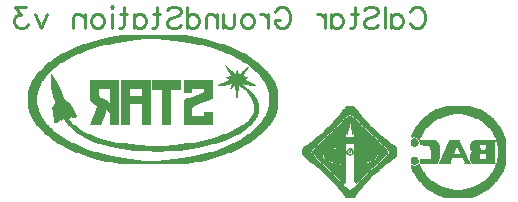
<source format=gbr>
%TF.GenerationSoftware,Novarm,DipTrace,3.3.0.1*%
%TF.CreationDate,2018-11-14T10:18:33-08:00*%
%FSLAX26Y26*%
%MOIN*%
%TF.FileFunction,Legend,Bot*%
%TF.Part,Single*%
%ADD12C,0.003*%
%ADD95C,0.010807*%
G75*
G01*
%LPD*%
X2368700Y978200D2*
D12*
X2392700D1*
X2366164Y975200D2*
X2395236D1*
X2363907Y972200D2*
X2397493D1*
X2361684Y969200D2*
X2399716D1*
X2359221Y966200D2*
X2402179D1*
X2356606Y963200D2*
X2404794D1*
X2354115Y960200D2*
X2407285D1*
X2351886Y957200D2*
X2409514D1*
X2349676Y954200D2*
X2411724D1*
X2347207Y951200D2*
X2414193D1*
X2344499Y948200D2*
X2374700D1*
X2386700D2*
X2416901D1*
X2341733Y945200D2*
X2368700D1*
X2374700D2*
X2386700D1*
X2392700D2*
X2419667D1*
X2339168Y942200D2*
X2365700D1*
X2371700D2*
X2389700D1*
X2395700D2*
X2422232D1*
X2336907Y939200D2*
X2362700D1*
X2368700D2*
X2392700D1*
X2398700D2*
X2424493D1*
X2334683Y936200D2*
X2359700D1*
X2365700D2*
X2395700D1*
X2401700D2*
X2426717D1*
X2332209Y933200D2*
X2356700D1*
X2362700D2*
X2398700D1*
X2404700D2*
X2429191D1*
X2329488Y930200D2*
X2353700D1*
X2359700D2*
X2401700D1*
X2407700D2*
X2431912D1*
X2326616Y927200D2*
X2350700D1*
X2356700D2*
X2404700D1*
X2410700D2*
X2434784D1*
X2323668Y924200D2*
X2347700D1*
X2353700D2*
X2407700D1*
X2413700D2*
X2437732D1*
X2320689Y921200D2*
X2344700D1*
X2350700D2*
X2410700D1*
X2416700D2*
X2440711D1*
X2317696Y918200D2*
X2341700D1*
X2347700D2*
X2377700D1*
X2383700D2*
X2413700D1*
X2419700D2*
X2443704D1*
X2314699Y915200D2*
X2338700D1*
X2344700D2*
X2377688D1*
X2383712D2*
X2416700D1*
X2422700D2*
X2446701D1*
X2311700Y912200D2*
X2335700D1*
X2341700D2*
X2377583D1*
X2383817D2*
X2419700D1*
X2425700D2*
X2449700D1*
X2308700Y909200D2*
X2332700D1*
X2338700D2*
X2377200D1*
X2384200D2*
X2422700D1*
X2428700D2*
X2452700D1*
X2305700Y906200D2*
X2329700D1*
X2335700D2*
X2376470D1*
X2384918D2*
X2425700D1*
X2431700D2*
X2455700D1*
X2302700Y903200D2*
X2326700D1*
X2332700D2*
X2375596D1*
X2385699D2*
X2428700D1*
X2434700D2*
X2458700D1*
X2299700Y900200D2*
X2323688D1*
X2329700D2*
X2374690D1*
X2386328D2*
X2431700D1*
X2437700D2*
X2461700D1*
X2296700Y897200D2*
X2320583D1*
X2326700D2*
X2373693D1*
X2386988D2*
X2434700D1*
X2440700D2*
X2464712D1*
X2293688Y894200D2*
X2317200D1*
X2323688D2*
X2372797D1*
X2387834D2*
X2437700D1*
X2443712D2*
X2467817D1*
X2290583Y891200D2*
X2313482D1*
X2320583D2*
X2372219D1*
X2388664D2*
X2440700D1*
X2446817D2*
X2471200D1*
X2287200Y888200D2*
X2309713D1*
X2317200D2*
X2371904D1*
X2389253D2*
X2443712D1*
X2450200D2*
X2474918D1*
X2283482Y885200D2*
X2306190D1*
X2313482D2*
X2365700D1*
X2371700D2*
D3*
X2389700D2*
D3*
X2395700D2*
X2446817D1*
X2453918D2*
X2478687D1*
X2279713Y882200D2*
X2302911D1*
X2309713D2*
X2365700D1*
X2395700D2*
X2450200D1*
X2457687D2*
X2482210D1*
X2276178Y879200D2*
X2299784D1*
X2306190D2*
X2365700D1*
X2395700D2*
X2453918D1*
X2461210D2*
X2485500D1*
X2272794Y876200D2*
X2296732D1*
X2302911D2*
X2365700D1*
X2395700D2*
X2457687D1*
X2464489D2*
X2488733D1*
X2269285Y873200D2*
X2293711D1*
X2299784D2*
X2461210D1*
X2467616D2*
X2492168D1*
X2265513Y870200D2*
X2290704D1*
X2296732D2*
X2464489D1*
X2470668D2*
X2495918D1*
X2261712Y867200D2*
X2287701D1*
X2293711D2*
X2467616D1*
X2473689D2*
X2499801D1*
X2258076Y864200D2*
X2284700D1*
X2290704D2*
X2470668D1*
X2476696D2*
X2503709D1*
X2254413Y861200D2*
X2281700D1*
X2287701D2*
X2473689D1*
X2479699D2*
X2507718D1*
X2250555Y858200D2*
X2278700D1*
X2284700D2*
X2476696D1*
X2482700D2*
X2511720D1*
X2246627Y855200D2*
X2275700D1*
X2281700D2*
X2479699D1*
X2485700D2*
X2515678D1*
X2242690Y852200D2*
X2272700D1*
X2278700D2*
X2365700D1*
X2395700D2*
X2482700D1*
X2488700D2*
X2519707D1*
X2238580Y849200D2*
X2269700D1*
X2275700D2*
X2365700D1*
X2395700D2*
X2485700D1*
X2491700D2*
X2523705D1*
X2234310Y846200D2*
X2266700D1*
X2272700D2*
X2365700D1*
X2395700D2*
X2488700D1*
X2494700D2*
X2527548D1*
X2230132Y843200D2*
X2263700D1*
X2269700D2*
X2365700D1*
X2395700D2*
X2491700D1*
X2497700D2*
X2531067D1*
X2226564Y840200D2*
X2260700D1*
X2266700D2*
X2365700D1*
X2395700D2*
X2494688D1*
X2500688D2*
X2534144D1*
X2223717Y837200D2*
X2257712D1*
X2263712D2*
X2326700D1*
X2341700D2*
X2365700D1*
X2377700D2*
X2383700D1*
X2395700D2*
X2497583D1*
X2503583D2*
X2535442D1*
X2222676Y834200D2*
X2254829D1*
X2260829D2*
X2323700D1*
X2329700D2*
X2365700D1*
X2374512D2*
X2386887D1*
X2395700D2*
X2500198D1*
X2506198D2*
X2536157D1*
X2222114Y831200D2*
X2252340D1*
X2258340D2*
X2365700D1*
X2371700D2*
X2375301D1*
X2380148D2*
X2380700D1*
X2386099D2*
X2389700D1*
X2395700D2*
X2502455D1*
X2508455D2*
X2536485D1*
X2221862Y828200D2*
X2250311D1*
X2256311D2*
X2373308D1*
X2379096D2*
X2380700D1*
X2388092D2*
X2504562D1*
X2510562D2*
X2536620D1*
X2221760Y825200D2*
X2249739D1*
X2255739D2*
X2372725D1*
X2377700D2*
X2380700D1*
X2388675D2*
X2506700D1*
X2512700D2*
X2536672D1*
X2221733Y822200D2*
X2250496D1*
X2256496D2*
X2373534D1*
X2387866D2*
X2504726D1*
X2510726D2*
X2536690D1*
X2221848Y819200D2*
X2252568D1*
X2258568D2*
X2365700D1*
X2371700D2*
X2374700D1*
X2386700D2*
X2389700D1*
X2395700D2*
X2502618D1*
X2508618D2*
X2536673D1*
X2222158Y816200D2*
X2255068D1*
X2261068D2*
X2287712D1*
X2293712D2*
X2365700D1*
X2375919D2*
X2385481D1*
X2395700D2*
X2467688D1*
X2473688D2*
X2500187D1*
X2506187D2*
X2536453D1*
X2223986Y813200D2*
X2257844D1*
X2263844D2*
X2287829D1*
X2293829D2*
X2365700D1*
X2380700D2*
D3*
X2395700D2*
X2467571D1*
X2473571D2*
X2497481D1*
X2503481D2*
X2535926D1*
X2226851Y810200D2*
X2260753D1*
X2266753D2*
X2288328D1*
X2294328D2*
X2365700D1*
X2395700D2*
X2467072D1*
X2473072D2*
X2494613D1*
X2500613D2*
X2533610D1*
X2230526Y807200D2*
X2263719D1*
X2269719D2*
X2289535D1*
X2295535D2*
X2365700D1*
X2395700D2*
X2465865D1*
X2471865D2*
X2491668D1*
X2497668D2*
X2530391D1*
X2234572Y804200D2*
X2266706D1*
X2272706D2*
X2291454D1*
X2297454D2*
X2365700D1*
X2395700D2*
X2463946D1*
X2469946D2*
X2488689D1*
X2494689D2*
X2526516D1*
X2238641Y801200D2*
X2269702D1*
X2275702D2*
X2293700D1*
X2299700D2*
X2365700D1*
X2395700D2*
X2461700D1*
X2467700D2*
X2485696D1*
X2491696D2*
X2522293D1*
X2242643Y798200D2*
X2272701D1*
X2278701D2*
X2299700D1*
X2308224D2*
X2365700D1*
X2395700D2*
X2453176D1*
X2461700D2*
X2482699D1*
X2488699D2*
X2517996D1*
X2246693Y795200D2*
X2275700D1*
X2281700D2*
X2305604D1*
X2318504D2*
X2365700D1*
X2395700D2*
X2442896D1*
X2455796D2*
X2479700D1*
X2485700D2*
X2513822D1*
X2250711Y792200D2*
X2278700D1*
X2284700D2*
X2312752D1*
X2329996D2*
X2365700D1*
X2395700D2*
X2431404D1*
X2448648D2*
X2476700D1*
X2482700D2*
X2509780D1*
X2254675Y789200D2*
X2281700D1*
X2287700D2*
X2321766D1*
X2340303D2*
X2365700D1*
X2395700D2*
X2421097D1*
X2439634D2*
X2473700D1*
X2479700D2*
X2505727D1*
X2258694Y786200D2*
X2284700D1*
X2290700D2*
X2332738D1*
X2347822D2*
X2365700D1*
X2395700D2*
X2413578D1*
X2428662D2*
X2470688D1*
X2476700D2*
X2501797D1*
X2262611Y783200D2*
X2287700D1*
X2293712D2*
X2344700D1*
X2353700D2*
X2365700D1*
X2395700D2*
X2407700D1*
X2416700D2*
X2467583D1*
X2473700D2*
X2498108D1*
X2266295Y780200D2*
X2290700D1*
X2296817D2*
X2365700D1*
X2395700D2*
X2464200D1*
X2470688D2*
X2494424D1*
X2269976Y777200D2*
X2293712D1*
X2300200D2*
X2365700D1*
X2395700D2*
X2460482D1*
X2467583D2*
X2490570D1*
X2273830Y774200D2*
X2296817D1*
X2303918D2*
X2365700D1*
X2395700D2*
X2456713D1*
X2464200D2*
X2486746D1*
X2277654Y771200D2*
X2300200D1*
X2307687D2*
X2365700D1*
X2395700D2*
X2453190D1*
X2460482D2*
X2483201D1*
X2281199Y768200D2*
X2303918D1*
X2311210D2*
X2365700D1*
X2395700D2*
X2449911D1*
X2456713D2*
X2479915D1*
X2284485Y765200D2*
X2307687D1*
X2314489D2*
X2365700D1*
X2395700D2*
X2446784D1*
X2453190D2*
X2476785D1*
X2287615Y762200D2*
X2311210D1*
X2317616D2*
X2365700D1*
X2395700D2*
X2443732D1*
X2449911D2*
X2473720D1*
X2290668Y759200D2*
X2314489D1*
X2320668D2*
X2365700D1*
X2395700D2*
X2440711D1*
X2446784D2*
X2470594D1*
X2293689Y756200D2*
X2317616D1*
X2323689D2*
X2365700D1*
X2395700D2*
X2437704D1*
X2443732D2*
X2467204D1*
X2296696Y753200D2*
X2320668D1*
X2326696D2*
X2365700D1*
X2395700D2*
X2434701D1*
X2440711D2*
X2463483D1*
X2299699Y750200D2*
X2323689D1*
X2329699D2*
X2365700D1*
X2395700D2*
X2431700D1*
X2437704D2*
X2459713D1*
X2302700Y747200D2*
X2326696D1*
X2332700D2*
X2365700D1*
X2395700D2*
X2428700D1*
X2434701D2*
X2456190D1*
X2305700Y744200D2*
X2329699D1*
X2335700D2*
X2365700D1*
X2395700D2*
X2425700D1*
X2431700D2*
X2452911D1*
X2308700Y741200D2*
X2332700D1*
X2338700D2*
X2365700D1*
X2395700D2*
X2422700D1*
X2428700D2*
X2449796D1*
X2311700Y738200D2*
X2335700D1*
X2341700D2*
X2365700D1*
X2395700D2*
X2419700D1*
X2425700D2*
X2446849D1*
X2314700Y735200D2*
X2338700D1*
X2344700D2*
X2365700D1*
X2395700D2*
X2416700D1*
X2422700D2*
X2444211D1*
X2317700Y732200D2*
X2341700D1*
X2347700D2*
X2365688D1*
X2395712D2*
X2413700D1*
X2419700D2*
X2441922D1*
X2320700Y729200D2*
X2344700D1*
X2350700D2*
X2365559D1*
X2395841D2*
X2410700D1*
X2416700D2*
X2439688D1*
X2323700Y726200D2*
X2347700D1*
X2353700D2*
X2365243D1*
X2396157D2*
X2407700D1*
X2413700D2*
X2437211D1*
X2326700Y723200D2*
X2350700D1*
X2356700D2*
X2363740D1*
X2397660D2*
X2404700D1*
X2410700D2*
X2434489D1*
X2329700Y720200D2*
X2353700D1*
X2359700D2*
X2360447D1*
X2400953D2*
X2401700D1*
X2407700D2*
X2431616D1*
X2332688Y717200D2*
X2356700D1*
X2404700D2*
X2428669D1*
X2335583Y714200D2*
X2359712D1*
X2401688D2*
X2425700D1*
X2338200Y711200D2*
X2362826D1*
X2398574D2*
X2422813D1*
X2340482Y708200D2*
X2366290D1*
X2395110D2*
X2420198D1*
X2342713Y705200D2*
X2370315D1*
X2391085D2*
X2417918D1*
X2345178Y702200D2*
X2374700D1*
X2386700D2*
X2415687D1*
X2347794Y699200D2*
X2413222D1*
X2350285Y696200D2*
X2410606D1*
X2352513Y693200D2*
X2408115D1*
X2354712Y690200D2*
X2405898D1*
X2357076Y687200D2*
X2403793D1*
X2359411Y684200D2*
X2401708D1*
X2361539Y681200D2*
X2399733D1*
X2363591Y678200D2*
X2397760D1*
X2365700Y675200D2*
X2395700D1*
X2701200Y978200D2*
X2779200D1*
X2691405Y975200D2*
X2788433D1*
X2682789Y972200D2*
X2796900D1*
X2675348Y969200D2*
X2804549D1*
X2668679Y966200D2*
X2811449D1*
X2662496Y963200D2*
X2817779D1*
X2656776Y960200D2*
X2823572D1*
X2651558Y957200D2*
X2828822D1*
X2646706Y954200D2*
X2833687D1*
X2642060Y951200D2*
X2716687D1*
X2763713D2*
X2838338D1*
X2637605Y948200D2*
X2705665D1*
X2774735D2*
X2842794D1*
X2633485Y945200D2*
X2695453D1*
X2784947D2*
X2846927D1*
X2629896Y942200D2*
X2686520D1*
X2793880D2*
X2850609D1*
X2626831Y939200D2*
X2679155D1*
X2801245D2*
X2853951D1*
X2624016Y936200D2*
X2673034D1*
X2807366D2*
X2857091D1*
X2621017Y933200D2*
X2667550D1*
X2812850D2*
X2860047D1*
X2617853Y930200D2*
X2662425D1*
X2817975D2*
X2862688D1*
X2614982Y927200D2*
X2657865D1*
X2822535D2*
X2864978D1*
X2612547Y924200D2*
X2653960D1*
X2826440D2*
X2867211D1*
X2610252Y921200D2*
X2650504D1*
X2829884D2*
X2869677D1*
X2607848Y918200D2*
X2647217D1*
X2833077D2*
X2872294D1*
X2605496Y915200D2*
X2643863D1*
X2836155D2*
X2874773D1*
X2603348Y912200D2*
X2640497D1*
X2839184D2*
X2876896D1*
X2601274Y909200D2*
X2637436D1*
X2842195D2*
X2878725D1*
X2599211Y906200D2*
X2634690D1*
X2845186D2*
X2880464D1*
X2597320Y903200D2*
X2632040D1*
X2848082D2*
X2882308D1*
X2595613Y900200D2*
X2629584D1*
X2850700D2*
X2884263D1*
X2594014Y897200D2*
X2627483D1*
X2852970D2*
X2886108D1*
X2592476Y894200D2*
X2625678D1*
X2855084D2*
X2887797D1*
X2590958Y891200D2*
X2624038D1*
X2857073D2*
X2889378D1*
X2589454Y888200D2*
X2622484D1*
X2858682D2*
X2890820D1*
X2587962Y885200D2*
X2620961D1*
X2859962D2*
X2892049D1*
X2586592Y882200D2*
X2619455D1*
X2861223D2*
X2893110D1*
X2585401Y879200D2*
X2617950D1*
X2862577D2*
X2894182D1*
X2585453Y876200D2*
X2616442D1*
X2864013D2*
X2895207D1*
X2587530Y873200D2*
X2587200D1*
X2601599D2*
X2614862D1*
X2865588D2*
X2896174D1*
X2590200Y870200D2*
X2599200D1*
X2606236D2*
X2613111D1*
X2867459D2*
X2897194D1*
X2587430Y867200D2*
X2602433D1*
X2609741D2*
X2611200D1*
X2869729D2*
X2898099D1*
X2585379Y864200D2*
X2604900D1*
X2612404D2*
X2662200D1*
X2713200D2*
X2746200D1*
X2797200D2*
X2898677D1*
X2584753Y861200D2*
X2606537D1*
X2613333D2*
X2668203D1*
X2711340D2*
X2746314D1*
X2790635D2*
X2898977D1*
X2584428Y858200D2*
X2607602D1*
X2613833D2*
X2672993D1*
X2709629D2*
X2746710D1*
X2785530D2*
X2863200D1*
X2872200D2*
X2899112D1*
X2584310Y855200D2*
X2607438D1*
X2614066D2*
X2675384D1*
X2708022D2*
X2747535D1*
X2783487D2*
X2863200D1*
X2872212D2*
X2899167D1*
X2584483Y852200D2*
X2606629D1*
X2614200D2*
X2676330D1*
X2706479D2*
X2748698D1*
X2782792D2*
X2863200D1*
X2872317D2*
X2899188D1*
X2585002Y849200D2*
X2604987D1*
X2630459D2*
X2676834D1*
X2704971D2*
X2750046D1*
X2782439D2*
X2812200D1*
X2836200D2*
X2863200D1*
X2872700D2*
X2899196D1*
X2587337Y846200D2*
X2602392D1*
X2642742D2*
X2677058D1*
X2703560D2*
X2751487D1*
X2782289D2*
X2812212D1*
X2836188D2*
X2863200D1*
X2873418D2*
X2899199D1*
X2590200Y843200D2*
X2599200D1*
X2647373D2*
X2677148D1*
X2702344D2*
X2752961D1*
X2782232D2*
X2812326D1*
X2836074D2*
X2863200D1*
X2874187D2*
X2899200D1*
X2649201Y840200D2*
X2677182D1*
X2701276D2*
X2734675D1*
X2739622D2*
X2754456D1*
X2782234D2*
X2812790D1*
X2835610D2*
X2863200D1*
X2874710D2*
X2899200D1*
X2649755Y837200D2*
X2677194D1*
X2700112D2*
X2732536D1*
X2741482D2*
X2755950D1*
X2782456D2*
X2813815D1*
X2834585D2*
X2863200D1*
X2874989D2*
X2899200D1*
X2650026Y834200D2*
X2677198D1*
X2698798D2*
X2730801D1*
X2742881D2*
X2757452D1*
X2782997D2*
X2815200D1*
X2833200D2*
X2863200D1*
X2875116D2*
X2899200D1*
X2650137Y831200D2*
X2677199D1*
X2697390D2*
X2729430D1*
X2744201D2*
X2758949D1*
X2785335D2*
X2863200D1*
X2875168D2*
X2899200D1*
X2650178Y828200D2*
X2677200D1*
X2695937D2*
X2728230D1*
X2745653D2*
X2760451D1*
X2788200D2*
X2863200D1*
X2875189D2*
X2899200D1*
X2650193Y825200D2*
X2677200D1*
X2694548D2*
X2726824D1*
X2747333D2*
X2761949D1*
X2785790D2*
X2863200D1*
X2875196D2*
X2899200D1*
X2650198Y822200D2*
X2677200D1*
X2693340D2*
X2725200D1*
X2749200D2*
X2763439D1*
X2784035D2*
X2863200D1*
X2875199D2*
X2899200D1*
X2650199Y819200D2*
X2677200D1*
X2692274D2*
X2764843D1*
X2783030D2*
X2812200D1*
X2836200D2*
X2863200D1*
X2875200D2*
X2899200D1*
X2650200Y816200D2*
X2677200D1*
X2691112D2*
X2766057D1*
X2782543D2*
X2812200D1*
X2836200D2*
X2863200D1*
X2875188D2*
X2899200D1*
X2650200Y813200D2*
X2677200D1*
X2689798D2*
X2767125D1*
X2782332D2*
X2812200D1*
X2836200D2*
X2863200D1*
X2875083D2*
X2899200D1*
X2650200Y810200D2*
X2677200D1*
X2688390D2*
X2768288D1*
X2782248D2*
X2812200D1*
X2836200D2*
X2863200D1*
X2874700D2*
X2899200D1*
X2587200Y807200D2*
X2602200D1*
X2650200D2*
X2677188D1*
X2686926D2*
X2769602D1*
X2782217D2*
X2812200D1*
X2836200D2*
X2863200D1*
X2873982D2*
X2899200D1*
X2585815Y804200D2*
X2604610D1*
X2650200D2*
X2677083D1*
X2685443D2*
X2719675D1*
X2757622D2*
X2771022D1*
X2782217D2*
X2812200D1*
X2836200D2*
X2863200D1*
X2873213D2*
X2899200D1*
X2584954Y801200D2*
X2606365D1*
X2614200D2*
X2676689D1*
X2683946D2*
X2717548D1*
X2759491D2*
X2772592D1*
X2782331D2*
X2863200D1*
X2872690D2*
X2899200D1*
X2584518Y798200D2*
X2607358D1*
X2614200D2*
X2675855D1*
X2682441D2*
X2715938D1*
X2760962D2*
X2774468D1*
X2782828D2*
X2863200D1*
X2872411D2*
X2899200D1*
X2584336Y795200D2*
X2607728D1*
X2614200D2*
X2674615D1*
X2680861D2*
X2714763D1*
X2762499D2*
X2776787D1*
X2784035D2*
X2863200D1*
X2872278D2*
X2899200D1*
X2584433Y792200D2*
X2607710D1*
X2614200D2*
X2673021D1*
X2679111D2*
X2715282D1*
X2764200D2*
X2779428D1*
X2785954D2*
X2863200D1*
X2872200D2*
X2899188D1*
X2584853Y789200D2*
X2606375D1*
X2614200D2*
X2671200D1*
X2677200D2*
X2716200D1*
X2761200D2*
X2782200D1*
X2788200D2*
X2899083D1*
X2587756Y786200D2*
X2601579D1*
X2611200D2*
D3*
X2869778D2*
X2898700D1*
X2595723Y783200D2*
X2593845D1*
X2608200D2*
X2611200D1*
X2867918D2*
X2897970D1*
X2584200Y780200D2*
D3*
X2605200D2*
X2613060D1*
X2866519D2*
X2897096D1*
X2584200Y777200D2*
X2614771D1*
X2865208D2*
X2896178D1*
X2585237Y774200D2*
X2616378D1*
X2863834D2*
X2895076D1*
X2586236Y771200D2*
X2617932D1*
X2862403D2*
X2893797D1*
X2587198Y768200D2*
X2619546D1*
X2860930D2*
X2892491D1*
X2588328Y765200D2*
X2621339D1*
X2859433D2*
X2891307D1*
X2589717Y762200D2*
X2623274D1*
X2857829D2*
X2890161D1*
X2591407Y759200D2*
X2625112D1*
X2855951D2*
X2888715D1*
X2593300Y756200D2*
X2626810D1*
X2853731D2*
X2886973D1*
X2595121Y753200D2*
X2628507D1*
X2851452D2*
X2885227D1*
X2596813Y750200D2*
X2630437D1*
X2849321D2*
X2883567D1*
X2598508Y747200D2*
X2632778D1*
X2847151D2*
X2881884D1*
X2600425Y744200D2*
X2635444D1*
X2844698D2*
X2879972D1*
X2602661Y741200D2*
X2638296D1*
X2841973D2*
X2877738D1*
X2604945Y738200D2*
X2641247D1*
X2838997D2*
X2875455D1*
X2607078Y735200D2*
X2644330D1*
X2835669D2*
X2873322D1*
X2609248Y732200D2*
X2647716D1*
X2831959D2*
X2871152D1*
X2611702Y729200D2*
X2651548D1*
X2828092D2*
X2868698D1*
X2614416Y726200D2*
X2655804D1*
X2824177D2*
X2865984D1*
X2617286Y723200D2*
X2660440D1*
X2820064D2*
X2863114D1*
X2620232Y720200D2*
X2665323D1*
X2815668D2*
X2860168D1*
X2623211Y717200D2*
X2670265D1*
X2810851D2*
X2857189D1*
X2626216Y714200D2*
X2675572D1*
X2805331D2*
X2854184D1*
X2629318Y711200D2*
X2682007D1*
X2798664D2*
X2851082D1*
X2632700Y708200D2*
X2690369D1*
X2790156D2*
X2847688D1*
X2636430Y705200D2*
X2701128D1*
X2779323D2*
X2843865D1*
X2640316Y702200D2*
X2714097D1*
X2766322D2*
X2839702D1*
X2644327Y699200D2*
X2728200D1*
X2752200D2*
X2835343D1*
X2648730Y696200D2*
X2830796D1*
X2653567Y693200D2*
X2825927D1*
X2658806Y690200D2*
X2820598D1*
X2664681Y687200D2*
X2814822D1*
X2671349Y684200D2*
X2808475D1*
X2678774Y681200D2*
X2801329D1*
X2686844Y678200D2*
X2793434D1*
X2695200Y675200D2*
X2785200D1*
X1642200Y1215700D2*
X1807200D1*
X1620183Y1212700D2*
X1829114D1*
X1600217Y1209700D2*
X1848801D1*
X1582627Y1206700D2*
X1866043D1*
X1567264Y1203700D2*
X1881261D1*
X1553644Y1200700D2*
X1681200D1*
X1766643D2*
X1894850D1*
X1541342Y1197700D2*
X1646403D1*
X1795623D2*
X1907061D1*
X1530139Y1194700D2*
X1625116D1*
X1820754D2*
X1918365D1*
X1519722Y1191700D2*
X1606000D1*
X1841862D2*
X1929102D1*
X1509850Y1188700D2*
X1589091D1*
X1859592D2*
X1939251D1*
X1500583Y1185700D2*
X1574031D1*
X1874745D2*
X1948682D1*
X1491845Y1182700D2*
X1560509D1*
X1887984D2*
X1957500D1*
X1483451Y1179700D2*
X1548336D1*
X1899884D2*
X1965928D1*
X1475426Y1176700D2*
X1537136D1*
X1911013D2*
X1973967D1*
X1467765Y1173700D2*
X1526691D1*
X1921659D2*
X1981632D1*
X1460537Y1170700D2*
X1516995D1*
X1931753D2*
X1988862D1*
X1453815Y1167700D2*
X1508092D1*
X1940977D2*
X1995585D1*
X1447457Y1164700D2*
X1500036D1*
X1949217D2*
X2001942D1*
X1441300Y1161700D2*
X1492573D1*
X1956767D2*
X2008100D1*
X1435237Y1158700D2*
X1485340D1*
X1964037D2*
X2014163D1*
X1429225Y1155700D2*
X1478350D1*
X1971042D2*
X2020175D1*
X1423322Y1152700D2*
X1471740D1*
X1977657D2*
X2026078D1*
X1417713Y1149700D2*
X1465429D1*
X1983970D2*
X2031687D1*
X1412536Y1146700D2*
X1459290D1*
X1990110D2*
X2036864D1*
X1407687Y1143700D2*
X1453233D1*
X1996166D2*
X2041701D1*
X1402940Y1140700D2*
X1447224D1*
X2002176D2*
X2046354D1*
X1398105Y1137700D2*
X1441321D1*
X2008067D2*
X2050913D1*
X1393255Y1134700D2*
X1435713D1*
X2013582D2*
X2055427D1*
X1388792Y1131700D2*
X1430536D1*
X2018482D2*
X2059839D1*
X1384821Y1128700D2*
X1425699D1*
X2022983D2*
X2064056D1*
X1381009Y1125700D2*
X1421057D1*
X2027573D2*
X2068113D1*
X1377102Y1122700D2*
X1416593D1*
X2032284D2*
X2072171D1*
X1373257Y1119700D2*
X1412356D1*
X2036766D2*
X2076090D1*
X1369705Y1116700D2*
X1408291D1*
X2040982D2*
X2079675D1*
X1366417Y1113700D2*
X1404231D1*
X1966200D2*
D3*
X2045117D2*
X2082976D1*
X1363286Y1110700D2*
X1400298D1*
X1967701D2*
X1969200D1*
X2041200D2*
D3*
X2049070D2*
X2086112D1*
X1360232Y1107700D2*
X1396620D1*
X1969443D2*
X1972561D1*
X2038200D2*
X2041200D1*
X2052667D2*
X2089167D1*
X1357211Y1104700D2*
X1393030D1*
X1971183D2*
X1976026D1*
X2035200D2*
X2039237D1*
X2055973D2*
X2092188D1*
X1354204Y1101700D2*
X1389465D1*
X1972826D2*
X1979466D1*
X2032200D2*
X2037236D1*
X2059111D2*
X2095196D1*
X1351201Y1098700D2*
X1386081D1*
X1974400D2*
X1982940D1*
X2005200D2*
D3*
X2029200D2*
X2035187D1*
X2062167D2*
X2098199D1*
X1348200Y1095700D2*
X1382970D1*
X1975929D2*
X1986465D1*
X2004174D2*
X2005200D1*
X2026200D2*
X2033211D1*
X2065188D2*
X2101188D1*
X1345200Y1092700D2*
X1380157D1*
X1977444D2*
X1989839D1*
X2003273D2*
X2005200D1*
X2023200D2*
X2031218D1*
X2068196D2*
X2104083D1*
X1342212Y1089700D2*
X1377551D1*
X1978958D2*
X1993055D1*
X2002658D2*
X2006606D1*
X2020200D2*
X2029189D1*
X2071199D2*
X2106700D1*
X1339317Y1086700D2*
X1374870D1*
X1980567D2*
X1996200D1*
X2002200D2*
X2008200D1*
X2017200D2*
X2027322D1*
X2074200D2*
X2108982D1*
X1336700Y1083700D2*
X1372053D1*
X1384200D2*
D3*
X1982451D2*
X2025697D1*
X2077188D2*
X2111201D1*
X1334430Y1080700D2*
X1369152D1*
X1384200D2*
X1387200D1*
X1984726D2*
X2024348D1*
X2080083D2*
X2113572D1*
X1332304Y1077700D2*
X1366294D1*
X1384200D2*
X1389725D1*
X1987200D2*
X2023200D1*
X2082700D2*
X2115912D1*
X1330222Y1074700D2*
X1363691D1*
X1384200D2*
X1391875D1*
X1969200D2*
X2038200D1*
X2084970D2*
X2118054D1*
X1328324Y1071700D2*
X1361427D1*
X1384200D2*
X1393716D1*
X1974648D2*
X2034147D1*
X2087096D2*
X2120127D1*
X1326603Y1068700D2*
X1359303D1*
X1384200D2*
X1395461D1*
X1979596D2*
X2030127D1*
X2089190D2*
X2122190D1*
X1324909Y1065700D2*
X1357210D1*
X1384200D2*
X1397307D1*
X1984200D2*
X2026200D1*
X2091182D2*
X2124080D1*
X1323093Y1062700D2*
X1355218D1*
X1384200D2*
X1399263D1*
X1516200D2*
X1609200D1*
X1618200D2*
X1714200D1*
X1723200D2*
X1816200D1*
X1828200D2*
X1921200D1*
X1977725D2*
X2031852D1*
X2093180D2*
X2125787D1*
X1321239Y1059700D2*
X1353232D1*
X1384200D2*
X1401108D1*
X1516200D2*
X1609200D1*
X1618200D2*
X1714200D1*
X1723200D2*
X1816200D1*
X1828200D2*
X1921200D1*
X1970875D2*
X2037989D1*
X2095210D2*
X2127386D1*
X1319685Y1056700D2*
X1351296D1*
X1384200D2*
X1402797D1*
X1516200D2*
X1609200D1*
X1618200D2*
X1714200D1*
X1723200D2*
X1816200D1*
X1828200D2*
X1921200D1*
X1963714D2*
X2044506D1*
X2097087D2*
X2128924D1*
X1318427Y1053700D2*
X1349707D1*
X1384200D2*
X1404390D1*
X1516200D2*
X1609200D1*
X1618200D2*
X1714200D1*
X1723200D2*
X1816200D1*
X1828200D2*
X1921200D1*
X1956443D2*
X2051351D1*
X2098790D2*
X2130431D1*
X1317173Y1050700D2*
X1348434D1*
X1384212D2*
X1405926D1*
X1516200D2*
X1609200D1*
X1618200D2*
X1714200D1*
X1723200D2*
X1816200D1*
X1828200D2*
X1921200D1*
X1949255D2*
X1972200D1*
X1987074D2*
X2020314D1*
X2035200D2*
X2058301D1*
X2100387D2*
X2131840D1*
X1315833Y1047700D2*
X1347176D1*
X1384317D2*
X1407443D1*
X1516200D2*
X1609200D1*
X1618200D2*
X1714200D1*
X1723200D2*
X1816200D1*
X1828200D2*
X1921200D1*
X1942200D2*
X1957200D1*
X1986573D2*
X2023699D1*
X2050200D2*
X2065200D1*
X2101925D2*
X2133056D1*
X1314504Y1044700D2*
X1345834D1*
X1384700D2*
X1408946D1*
X1516200D2*
X1609200D1*
X1618200D2*
X1714200D1*
X1723200D2*
X1816200D1*
X1828200D2*
X1921200D1*
X1985365D2*
X1990200D1*
X1999200D2*
X2008200D1*
X2016610D2*
X2027418D1*
X2103431D2*
X2134113D1*
X1313323Y1041700D2*
X1344504D1*
X1385418D2*
X1410450D1*
X1516200D2*
X1609200D1*
X1618200D2*
X1714200D1*
X1723200D2*
X1816200D1*
X1828200D2*
X1921200D1*
X1983446D2*
X1987200D1*
X1999200D2*
X2008200D1*
X2021365D2*
X2031199D1*
X2104840D2*
X2135171D1*
X1312280Y1038700D2*
X1343323D1*
X1386187D2*
X1411948D1*
X1516200D2*
X1609200D1*
X1618200D2*
X1714200D1*
X1723200D2*
X1816200D1*
X1828200D2*
X1921200D1*
X1981200D2*
X1984200D1*
X1999212D2*
X2008188D1*
X2025370D2*
X2034828D1*
X2106056D2*
X2136090D1*
X1311227Y1035700D2*
X1342280D1*
X1386722D2*
X1413439D1*
X1516200D2*
X1543200D1*
X1582200D2*
X1609200D1*
X1618200D2*
X1645200D1*
X1687200D2*
X1714200D1*
X1756200D2*
X1783200D1*
X1828200D2*
X1852200D1*
X1894200D2*
X1921200D1*
X1999317D2*
X2008083D1*
X2028857D2*
X2038488D1*
X2107113D2*
X2136675D1*
X1310309Y1032700D2*
X1341227D1*
X1387106D2*
X1414843D1*
X1516200D2*
X1543200D1*
X1582200D2*
X1609200D1*
X1618200D2*
X1645200D1*
X1687200D2*
X1714200D1*
X1756200D2*
X1783200D1*
X1828200D2*
X1852200D1*
X1894200D2*
X1921200D1*
X1999700D2*
X2007700D1*
X2032056D2*
X2042334D1*
X2108171D2*
X2136976D1*
X1309725Y1029700D2*
X1340297D1*
X1387615D2*
X1416057D1*
X1516200D2*
X1543200D1*
X1582200D2*
X1609200D1*
X1618200D2*
X1645200D1*
X1687200D2*
X1714200D1*
X1756200D2*
X1783200D1*
X1828200D2*
X1852200D1*
X1894165D2*
X1921200D1*
X2000418D2*
X2006982D1*
X2035034D2*
X2046156D1*
X2109090D2*
X2137112D1*
X1309424Y1026700D2*
X1339608D1*
X1388387D2*
X1417125D1*
X1516200D2*
X1543200D1*
X1582200D2*
X1609200D1*
X1618200D2*
X1645200D1*
X1687200D2*
X1714200D1*
X1756200D2*
X1783200D1*
X1828200D2*
X1852200D1*
X1894059D2*
X1921200D1*
X2001187D2*
X2006213D1*
X2037683D2*
X2049699D1*
X2109686D2*
X2137167D1*
X1309288Y1023700D2*
X1338924D1*
X1389188D2*
X1418288D1*
X1516200D2*
X1543200D1*
X1582200D2*
X1609200D1*
X1618200D2*
X1645200D1*
X1687200D2*
X1714200D1*
X1756200D2*
X1783200D1*
X1828200D2*
X1852200D1*
X1892923D2*
X1921200D1*
X2001710D2*
X2005690D1*
X2039964D2*
X2052973D1*
X2110093D2*
X2137188D1*
X1309233Y1020700D2*
X1338070D1*
X1389824D2*
X1419590D1*
X1516200D2*
X1543200D1*
X1582200D2*
X1609200D1*
X1618200D2*
X1645200D1*
X1687200D2*
X1714200D1*
X1756200D2*
X1783200D1*
X1888342D2*
X1921200D1*
X2001989D2*
X2005411D1*
X2042094D2*
X2055997D1*
X2110611D2*
X2137196D1*
X1309212Y1017700D2*
X1337246D1*
X1390487D2*
X1420904D1*
X1516200D2*
X1543212D1*
X1582200D2*
X1609200D1*
X1618200D2*
X1645200D1*
X1687200D2*
X1714200D1*
X1756200D2*
X1783200D1*
X1881526D2*
X1921200D1*
X2002116D2*
X2005284D1*
X2044189D2*
X2058657D1*
X2111385D2*
X2137199D1*
X1309204Y1014700D2*
X1336701D1*
X1391333D2*
X1422080D1*
X1516200D2*
X1543341D1*
X1582200D2*
X1609200D1*
X1618200D2*
X1645200D1*
X1687200D2*
X1714200D1*
X1756200D2*
X1783200D1*
X1873180D2*
X1921200D1*
X2002169D2*
X2005231D1*
X2046181D2*
X2060853D1*
X2112175D2*
X2137200D1*
X1309201Y1011700D2*
X1336415D1*
X1392167D2*
X1423121D1*
X1516200D2*
X1543657D1*
X1582200D2*
X1609200D1*
X1618200D2*
X1714200D1*
X1756200D2*
X1783200D1*
X1864189D2*
X1921177D1*
X2002189D2*
X2005211D1*
X2048180D2*
X2062698D1*
X2112706D2*
X2137200D1*
X1309200Y1008700D2*
X1336285D1*
X1392816D2*
X1424185D1*
X1516200D2*
X1545175D1*
X1582200D2*
X1609200D1*
X1618200D2*
X1714200D1*
X1756200D2*
X1783200D1*
X1854919D2*
X1920930D1*
X2002200D2*
X2005200D1*
X2050210D2*
X2064353D1*
X2112987D2*
X2137200D1*
X1309200Y1005700D2*
X1336232D1*
X1393496D2*
X1425220D1*
X1516200D2*
X1548755D1*
X1582200D2*
X1609200D1*
X1618200D2*
X1714200D1*
X1756200D2*
X1783200D1*
X1845901D2*
X1920333D1*
X2052076D2*
X2065913D1*
X2113115D2*
X2137200D1*
X1309200Y1002700D2*
X1336211D1*
X1394450D2*
X1426315D1*
X1516212D2*
X1553346D1*
X1582200D2*
X1609200D1*
X1618200D2*
X1714200D1*
X1756200D2*
X1783200D1*
X1838330D2*
X1917614D1*
X2053684D2*
X2067438D1*
X2113168D2*
X2137200D1*
X1309200Y999700D2*
X1336204D1*
X1395655D2*
X1427963D1*
X1516341D2*
X1558669D1*
X1582200D2*
X1609200D1*
X1618200D2*
X1714200D1*
X1756200D2*
X1783200D1*
X1832358D2*
X1911400D1*
X2054993D2*
X2068944D1*
X2113189D2*
X2137200D1*
X1309200Y996700D2*
X1336201D1*
X1396905D2*
X1430667D1*
X1516657D2*
X1564379D1*
X1582200D2*
X1609200D1*
X1618200D2*
X1714200D1*
X1756200D2*
X1783200D1*
X1829840D2*
X1903514D1*
X2056101D2*
X2070438D1*
X2113196D2*
X2137200D1*
X1309200Y993700D2*
X1336200D1*
X1397855D2*
X1434611D1*
X1518175D2*
X1570262D1*
X1582200D2*
X1609200D1*
X1618200D2*
X1714200D1*
X1756200D2*
X1783200D1*
X1828960D2*
X1894605D1*
X2057279D2*
X2071831D1*
X2113187D2*
X2137200D1*
X1309200Y990700D2*
X1336212D1*
X1398385D2*
X1439245D1*
X1521743D2*
X1576200D1*
X1582200D2*
X1609200D1*
X1618200D2*
X1714200D1*
X1756200D2*
X1783200D1*
X1828509D2*
X1885369D1*
X2058587D2*
X2072940D1*
X2113082D2*
X2137200D1*
X1309200Y987700D2*
X1336317D1*
X1397666D2*
X1443500D1*
X1526220D2*
X1609200D1*
X1618200D2*
X1714200D1*
X1756200D2*
X1783200D1*
X1828316D2*
X1876100D1*
X2059892D2*
X2073625D1*
X2112700D2*
X2137200D1*
X1309200Y984700D2*
X1336700D1*
X1396400D2*
X1446909D1*
X1531078D2*
X1609200D1*
X1618200D2*
X1645200D1*
X1687200D2*
X1714200D1*
X1756200D2*
X1783200D1*
X1828241D2*
X1867423D1*
X2060963D2*
X2074070D1*
X2111982D2*
X2137200D1*
X1309200Y981700D2*
X1337418D1*
X1394453D2*
X1449571D1*
X1535753D2*
X1609200D1*
X1618200D2*
X1645200D1*
X1687200D2*
X1714200D1*
X1756200D2*
X1783200D1*
X1828214D2*
X1860556D1*
X2061622D2*
X2074603D1*
X2111213D2*
X2137200D1*
X1309200Y978700D2*
X1338199D1*
X1392094D2*
X1451484D1*
X1540200D2*
X1609200D1*
X1618200D2*
X1645200D1*
X1687200D2*
X1714200D1*
X1756200D2*
X1783200D1*
X1828205D2*
X1855423D1*
X2061956D2*
X2075382D1*
X2110678D2*
X2137200D1*
X1309212Y975700D2*
X1338828D1*
X1389884D2*
X1452888D1*
X1538701D2*
X1609200D1*
X1618200D2*
X1645200D1*
X1687200D2*
X1714200D1*
X1756200D2*
X1783200D1*
X1828202D2*
X1853444D1*
X2062104D2*
X2076163D1*
X2110294D2*
X2137200D1*
X1309317Y972700D2*
X1339488D1*
X1389536D2*
X1454208D1*
X1537443D2*
X1609200D1*
X1618200D2*
X1645200D1*
X1687200D2*
X1714200D1*
X1756200D2*
X1783200D1*
X1828200D2*
X1852771D1*
X2062164D2*
X2076589D1*
X2109785D2*
X2137200D1*
X1309700Y969700D2*
X1340346D1*
X1389679D2*
X1455673D1*
X1536183D2*
X1609200D1*
X1618200D2*
X1645200D1*
X1687200D2*
X1714200D1*
X1756200D2*
X1783200D1*
X1828200D2*
X1852431D1*
X2062176D2*
X2076488D1*
X2109002D2*
X2137188D1*
X1310430Y966700D2*
X1341273D1*
X1389908D2*
X1457380D1*
X1534838D2*
X1609200D1*
X1618200D2*
X1645200D1*
X1687200D2*
X1714200D1*
X1756200D2*
X1783200D1*
X1828200D2*
X1852286D1*
X2062079D2*
X2075897D1*
X2108107D2*
X2137083D1*
X1311304Y963700D2*
X1342210D1*
X1390074D2*
X1459189D1*
X1533506D2*
X1566725D1*
X1572484D2*
X1609200D1*
X1618200D2*
X1645200D1*
X1687200D2*
X1714200D1*
X1756200D2*
X1783200D1*
X1828200D2*
X1852231D1*
X2061699D2*
X2075181D1*
X2107182D2*
X2136700D1*
X1312222Y960700D2*
X1343320D1*
X1390259D2*
X1460737D1*
X1532323D2*
X1565875D1*
X1576737D2*
X1609200D1*
X1618200D2*
X1645200D1*
X1687200D2*
X1714200D1*
X1756200D2*
X1783200D1*
X1828200D2*
X1852210D1*
X2060970D2*
X2074667D1*
X2106077D2*
X2135970D1*
X1313324Y957700D2*
X1344601D1*
X1390677D2*
X1462082D1*
X1531268D2*
X1564716D1*
X1580008D2*
X1609200D1*
X1618200D2*
X1645200D1*
X1687200D2*
X1714200D1*
X1756200D2*
X1783200D1*
X1828200D2*
X1852203D1*
X1894200D2*
X1921200D1*
X2060095D2*
X2074290D1*
X2104786D2*
X2135096D1*
X1314603Y954700D2*
X1345908D1*
X1391410D2*
X1463610D1*
X1530110D2*
X1563461D1*
X1581144D2*
X1609200D1*
X1618200D2*
X1645200D1*
X1687200D2*
X1714200D1*
X1756200D2*
X1783200D1*
X1828200D2*
X1852201D1*
X1894200D2*
X1921200D1*
X2059178D2*
X2073772D1*
X2103386D2*
X2134178D1*
X1315909Y951700D2*
X1347093D1*
X1392184D2*
X1465274D1*
X1528809D2*
X1562307D1*
X1581754D2*
X1609200D1*
X1618200D2*
X1645200D1*
X1687200D2*
X1714200D1*
X1756200D2*
X1783200D1*
X1828200D2*
X1852200D1*
X1894200D2*
X1921200D1*
X2058064D2*
X2072896D1*
X2101924D2*
X2133076D1*
X1317093Y948700D2*
X1348239D1*
X1392709D2*
X1466795D1*
X1527495D2*
X1561274D1*
X1582026D2*
X1609200D1*
X1618200D2*
X1645200D1*
X1687200D2*
X1714200D1*
X1756200D2*
X1783200D1*
X1828200D2*
X1852200D1*
X1894200D2*
X1921200D1*
X2056669D2*
X2071713D1*
X2100431D2*
X2131786D1*
X1318239Y945700D2*
X1349685D1*
X1393000D2*
X1467246D1*
X1526320D2*
X1560213D1*
X1582136D2*
X1609200D1*
X1618200D2*
X1645200D1*
X1687200D2*
X1714200D1*
X1756200D2*
X1783200D1*
X1828200D2*
X1852200D1*
X1894200D2*
X1921200D1*
X2054886D2*
X2070358D1*
X2098840D2*
X2130386D1*
X1319685Y942700D2*
X1351438D1*
X1393233D2*
X1466395D1*
X1525267D2*
X1559191D1*
X1582178D2*
X1609200D1*
X1618200D2*
X1645200D1*
X1687200D2*
X1714200D1*
X1756200D2*
X1783200D1*
X1828200D2*
X1921200D1*
X2052706D2*
X2068914D1*
X2097056D2*
X2128924D1*
X1321427Y939700D2*
X1353279D1*
X1393668D2*
X1448505D1*
X1456200D2*
X1465200D1*
X1524109D2*
X1558214D1*
X1582192D2*
X1609200D1*
X1618200D2*
X1645200D1*
X1687200D2*
X1714200D1*
X1756200D2*
X1783200D1*
X1828200D2*
X1921200D1*
X2050443D2*
X2067427D1*
X2095113D2*
X2127431D1*
X1323173Y936700D2*
X1355216D1*
X1394407D2*
X1444733D1*
X1522809D2*
X1557089D1*
X1582198D2*
X1609200D1*
X1618200D2*
X1645200D1*
X1687200D2*
X1714200D1*
X1756200D2*
X1783200D1*
X1828200D2*
X1921200D1*
X2048318D2*
X2065827D1*
X2093182D2*
X2125840D1*
X1324833Y933700D2*
X1357234D1*
X1395183D2*
X1420200D1*
X1428736D2*
X1443239D1*
X1521495D2*
X1555802D1*
X1582199D2*
X1609200D1*
X1618200D2*
X1645200D1*
X1687200D2*
X1714200D1*
X1756200D2*
X1783200D1*
X1828200D2*
X1921200D1*
X2046139D2*
X2063939D1*
X2091208D2*
X2124056D1*
X1326504Y930700D2*
X1359209D1*
X1395711D2*
X1411200D1*
X1417200D2*
D3*
X1430993D2*
X1445243D1*
X1520320D2*
X1554493D1*
X1582200D2*
X1609200D1*
X1618200D2*
X1645200D1*
X1687200D2*
X1714200D1*
X1756200D2*
X1783200D1*
X1828200D2*
X1921200D1*
X2043580D2*
X2061613D1*
X2089174D2*
X2122113D1*
X1328323Y927700D2*
X1361302D1*
X1396006D2*
X1408200D1*
X1433204D2*
X1447662D1*
X1519276D2*
X1553310D1*
X1582200D2*
X1609200D1*
X1618200D2*
X1645200D1*
X1687200D2*
X1714200D1*
X1756200D2*
X1783200D1*
X1828200D2*
X1921200D1*
X2040485D2*
X2058964D1*
X2087194D2*
X2120171D1*
X1330280Y924700D2*
X1363723D1*
X1396200D2*
X1405200D1*
X1435573D2*
X1450386D1*
X1518198D2*
X1552186D1*
X1582200D2*
X1609200D1*
X1618200D2*
X1645200D1*
X1687200D2*
X1714200D1*
X1756200D2*
X1783200D1*
X1828200D2*
X1921200D1*
X2036885D2*
X2056220D1*
X2085099D2*
X2118102D1*
X1332227Y921700D2*
X1366423D1*
X1437912D2*
X1453282D1*
X1517151D2*
X1550809D1*
X1582200D2*
X1609200D1*
X1618200D2*
X1645200D1*
X1687200D2*
X1714200D1*
X1756200D2*
X1783200D1*
X1828200D2*
X1921200D1*
X2033064D2*
X2053652D1*
X2082677D2*
X2115792D1*
X1334309Y918700D2*
X1369276D1*
X1440066D2*
X1456342D1*
X1516200D2*
X1549200D1*
X1582200D2*
X1609200D1*
X1618200D2*
X1645200D1*
X1687200D2*
X1714200D1*
X1756200D2*
X1783200D1*
X1828200D2*
X1921200D1*
X2029167D2*
X2051288D1*
X2079977D2*
X2113475D1*
X1336725Y915700D2*
X1372104D1*
X1442244D2*
X1459708D1*
X2025061D2*
X2048683D1*
X2077112D2*
X2111330D1*
X1339424Y912700D2*
X1374584D1*
X1444701D2*
X1463421D1*
X2020667D2*
X2045491D1*
X2074167D2*
X2109154D1*
X1342288Y909700D2*
X1376369D1*
X1447427D2*
X1467200D1*
X2015874D2*
X2041989D1*
X2071188D2*
X2106699D1*
X1345233Y906700D2*
X1377448D1*
X1450403D2*
X1470828D1*
X2010589D2*
X2038488D1*
X2068196D2*
X2103985D1*
X1348212Y903700D2*
X1384200D1*
X1453731D2*
X1474500D1*
X2004944D2*
X2034869D1*
X2065199D2*
X2101115D1*
X1351204Y900700D2*
X1386841D1*
X1457441D2*
X1478463D1*
X1999100D2*
X2030938D1*
X2062200D2*
X2098168D1*
X1354201Y897700D2*
X1389884D1*
X1461308D2*
X1482784D1*
X1993151D2*
X2026729D1*
X2059188D2*
X2095189D1*
X1357200Y894700D2*
X1393122D1*
X1465223D2*
X1487546D1*
X1987070D2*
X2022353D1*
X2056083D2*
X2092196D1*
X1360200Y891700D2*
X1396605D1*
X1469324D2*
X1492818D1*
X1980684D2*
X2017799D1*
X2052700D2*
X2089199D1*
X1363212Y888700D2*
X1400389D1*
X1473614D2*
X1498459D1*
X1973863D2*
X2012928D1*
X2048970D2*
X2086188D1*
X1366317Y885700D2*
X1404288D1*
X1478026D2*
X1504312D1*
X1966701D2*
X2007610D1*
X2045084D2*
X2083083D1*
X1369700Y882700D2*
X1408216D1*
X1482593D2*
X1510366D1*
X1959343D2*
X2001940D1*
X2041073D2*
X2079700D1*
X1373418Y879700D2*
X1412322D1*
X1487469D2*
X1516842D1*
X1951784D2*
X1995986D1*
X2036694D2*
X2075970D1*
X1377199Y876700D2*
X1416614D1*
X1492789D2*
X1524063D1*
X1943798D2*
X1989665D1*
X2032067D2*
X2072096D1*
X1380839Y873700D2*
X1421026D1*
X1498448D2*
X1532152D1*
X1934981D2*
X1982946D1*
X2027605D2*
X2068178D1*
X1384605Y870700D2*
X1425593D1*
X1504309D2*
X1541067D1*
X1925093D2*
X1975974D1*
X2023284D2*
X2064076D1*
X1388845Y867700D2*
X1430469D1*
X1510365D2*
X1550809D1*
X1914140D2*
X1968666D1*
X2018653D2*
X2059786D1*
X1393491Y864700D2*
X1435789D1*
X1516841D2*
X1561516D1*
X1902180D2*
X1960729D1*
X2013483D2*
X2055386D1*
X1398198Y861700D2*
X1441437D1*
X1524051D2*
X1573702D1*
X1889056D2*
X1952170D1*
X2007899D2*
X2050924D1*
X1402842Y858700D2*
X1447192D1*
X1532047D2*
X1588176D1*
X1874427D2*
X1943017D1*
X2002083D2*
X2046431D1*
X1407519Y855700D2*
X1452854D1*
X1540673D2*
X1605754D1*
X1857736D2*
X1933185D1*
X1996157D2*
X2041829D1*
X1412441Y852700D2*
X1458506D1*
X1549973D2*
X1626765D1*
X1838561D2*
X1922659D1*
X1990173D2*
X2036939D1*
X1417779Y849700D2*
X1464552D1*
X1560236D2*
X1650424D1*
X1817327D2*
X1911369D1*
X1984078D2*
X2031613D1*
X1423445Y846700D2*
X1471178D1*
X1571820D2*
X1696200D1*
X1777200D2*
X1899157D1*
X1977687D2*
X2025953D1*
X1429296Y843700D2*
X1478152D1*
X1585177D2*
X1885580D1*
X1970864D2*
X2020103D1*
X1435236Y840700D2*
X1485189D1*
X1600894D2*
X1870102D1*
X1963701D2*
X2014164D1*
X1441224Y837700D2*
X1492286D1*
X1619437D2*
X1852243D1*
X1956331D2*
X2008176D1*
X1447321Y834700D2*
X1499827D1*
X1640642D2*
X1831908D1*
X1948679D2*
X2002078D1*
X1453713Y831700D2*
X1508059D1*
X1663200D2*
X1810200D1*
X1940416D2*
X1995687D1*
X1460547Y828700D2*
X1517021D1*
X1720200D2*
X1759200D1*
X1931274D2*
X1988853D1*
X1467804Y825700D2*
X1526667D1*
X1921441D2*
X1981596D1*
X1475451Y822700D2*
X1536872D1*
X1911128D2*
X1973949D1*
X1483440Y819700D2*
X1547713D1*
X1900237D2*
X1965960D1*
X1491741Y816700D2*
X1559585D1*
X1888439D2*
X1957647D1*
X1500544Y813700D2*
X1572960D1*
X1875326D2*
X1948751D1*
X1509843Y810700D2*
X1588240D1*
X1860336D2*
X1939175D1*
X1519563Y807700D2*
X1605670D1*
X1842503D2*
X1929106D1*
X1529935Y804700D2*
X1625359D1*
X1820766D2*
X1918590D1*
X1541123Y801700D2*
X1646882D1*
X1794793D2*
X1907371D1*
X1553282Y798700D2*
X1681200D1*
X1765655D2*
X1895122D1*
X1566799Y795700D2*
X1881705D1*
X1581911Y792700D2*
X1866919D1*
X1598287Y789700D2*
X1850852D1*
X1615200Y786700D2*
X1834200D1*
X2368700Y978200D2*
X2366164Y975200D1*
X2363907Y972200D1*
X2361684Y969200D1*
X2359221Y966200D1*
X2356606Y963200D1*
X2354115Y960200D1*
X2351886Y957200D1*
X2349676Y954200D1*
X2347207Y951200D1*
X2344499Y948200D1*
X2341733Y945200D1*
X2339168Y942200D1*
X2336907Y939200D1*
X2334683Y936200D1*
X2332209Y933200D1*
X2329488Y930200D1*
X2326616Y927200D1*
X2323668Y924200D1*
X2320689Y921200D1*
X2317696Y918200D1*
X2314699Y915200D1*
X2311700Y912200D1*
X2308700Y909200D1*
X2305700Y906200D1*
X2302700Y903200D1*
X2299700Y900200D1*
X2296700Y897200D1*
X2293688Y894200D1*
X2290583Y891200D1*
X2287200Y888200D1*
X2283482Y885200D1*
X2279713Y882200D1*
X2276178Y879200D1*
X2272794Y876200D1*
X2269285Y873200D1*
X2265513Y870200D1*
X2261712Y867200D1*
X2258076Y864200D1*
X2254413Y861200D1*
X2250555Y858200D1*
X2246627Y855200D1*
X2242690Y852200D1*
X2238580Y849200D1*
X2234310Y846200D1*
X2230132Y843200D1*
X2226564Y840200D1*
X2223717Y837200D1*
X2222676Y834200D1*
X2222114Y831200D1*
X2221862Y828200D1*
X2221760Y825200D1*
X2221733Y822200D1*
X2221848Y819200D1*
X2222158Y816200D1*
X2223986Y813200D1*
X2226851Y810200D1*
X2230526Y807200D1*
X2234572Y804200D1*
X2238641Y801200D1*
X2242643Y798200D1*
X2246693Y795200D1*
X2250711Y792200D1*
X2254675Y789200D1*
X2258694Y786200D1*
X2262611Y783200D1*
X2266295Y780200D1*
X2269976Y777200D1*
X2273830Y774200D1*
X2277654Y771200D1*
X2281199Y768200D1*
X2284485Y765200D1*
X2287615Y762200D1*
X2290668Y759200D1*
X2293689Y756200D1*
X2296696Y753200D1*
X2299699Y750200D1*
X2302700Y747200D1*
X2305700Y744200D1*
X2308700Y741200D1*
X2311700Y738200D1*
X2314700Y735200D1*
X2317700Y732200D1*
X2320700Y729200D1*
X2323700Y726200D1*
X2326700Y723200D1*
X2329700Y720200D1*
X2332688Y717200D1*
X2335583Y714200D1*
X2338200Y711200D1*
X2340482Y708200D1*
X2342713Y705200D1*
X2345178Y702200D1*
X2347794Y699200D1*
X2350285Y696200D1*
X2352513Y693200D1*
X2354712Y690200D1*
X2357076Y687200D1*
X2359411Y684200D1*
X2361539Y681200D1*
X2363591Y678200D1*
X2365700Y675200D1*
X2392700Y978200D2*
X2395236Y975200D1*
X2397493Y972200D1*
X2399716Y969200D1*
X2402179Y966200D1*
X2404794Y963200D1*
X2407285Y960200D1*
X2409514Y957200D1*
X2411724Y954200D1*
X2414193Y951200D1*
X2416901Y948200D1*
X2419667Y945200D1*
X2422232Y942200D1*
X2424493Y939200D1*
X2426717Y936200D1*
X2429191Y933200D1*
X2431912Y930200D1*
X2434784Y927200D1*
X2437732Y924200D1*
X2440711Y921200D1*
X2443704Y918200D1*
X2446701Y915200D1*
X2449700Y912200D1*
X2452700Y909200D1*
X2455700Y906200D1*
X2458700Y903200D1*
X2461700Y900200D1*
X2464712Y897200D1*
X2467817Y894200D1*
X2471200Y891200D1*
X2474918Y888200D1*
X2478687Y885200D1*
X2482210Y882200D1*
X2485500Y879200D1*
X2488733Y876200D1*
X2492168Y873200D1*
X2495918Y870200D1*
X2499801Y867200D1*
X2503709Y864200D1*
X2507718Y861200D1*
X2511720Y858200D1*
X2515678Y855200D1*
X2519707Y852200D1*
X2523705Y849200D1*
X2527548Y846200D1*
X2531067Y843200D1*
X2534144Y840200D1*
X2535442Y837200D1*
X2536157Y834200D1*
X2536485Y831200D1*
X2536620Y828200D1*
X2536672Y825200D1*
X2536690Y822200D1*
X2536673Y819200D1*
X2536453Y816200D1*
X2535926Y813200D1*
X2533610Y810200D1*
X2530391Y807200D1*
X2526516Y804200D1*
X2522293Y801200D1*
X2517996Y798200D1*
X2513822Y795200D1*
X2509780Y792200D1*
X2505727Y789200D1*
X2501797Y786200D1*
X2498108Y783200D1*
X2494424Y780200D1*
X2490570Y777200D1*
X2486746Y774200D1*
X2483201Y771200D1*
X2479915Y768200D1*
X2476785Y765200D1*
X2473720Y762200D1*
X2470594Y759200D1*
X2467204Y756200D1*
X2463483Y753200D1*
X2459713Y750200D1*
X2456190Y747200D1*
X2452911Y744200D1*
X2449796Y741200D1*
X2446849Y738200D1*
X2444211Y735200D1*
X2441922Y732200D1*
X2439688Y729200D1*
X2437211Y726200D1*
X2434489Y723200D1*
X2431616Y720200D1*
X2428669Y717200D1*
X2425700Y714200D1*
X2422813Y711200D1*
X2420198Y708200D1*
X2417918Y705200D1*
X2415687Y702200D1*
X2413222Y699200D1*
X2410606Y696200D1*
X2408115Y693200D1*
X2405898Y690200D1*
X2403793Y687200D1*
X2401708Y684200D1*
X2399733Y681200D1*
X2397760Y678200D1*
X2395700Y675200D1*
X2377700Y951200D2*
X2374700Y948200D1*
X2383700Y951200D2*
X2386700Y948200D1*
X2371700D2*
X2368700Y945200D1*
X2365700Y942200D1*
X2362700Y939200D1*
X2359700Y936200D1*
X2356700Y933200D1*
X2353700Y930200D1*
X2350700Y927200D1*
X2347700Y924200D1*
X2344700Y921200D1*
X2341700Y918200D1*
X2338700Y915200D1*
X2335700Y912200D1*
X2332700Y909200D1*
X2329700Y906200D1*
X2326700Y903200D1*
X2323688Y900200D1*
X2320583Y897200D1*
X2317200Y894200D1*
X2313482Y891200D1*
X2309713Y888200D1*
X2306190Y885200D1*
X2302911Y882200D1*
X2299784Y879200D1*
X2296732Y876200D1*
X2293711Y873200D1*
X2290704Y870200D1*
X2287701Y867200D1*
X2284700Y864200D1*
X2281700Y861200D1*
X2278700Y858200D1*
X2275700Y855200D1*
X2272700Y852200D1*
X2269700Y849200D1*
X2266700Y846200D1*
X2263700Y843200D1*
X2260700Y840200D1*
X2257712Y837200D1*
X2254829Y834200D1*
X2252340Y831200D1*
X2250311Y828200D1*
X2249739Y825200D1*
X2250496Y822200D1*
X2252568Y819200D1*
X2255068Y816200D1*
X2257844Y813200D1*
X2260753Y810200D1*
X2263719Y807200D1*
X2266706Y804200D1*
X2269702Y801200D1*
X2272701Y798200D1*
X2275700Y795200D1*
X2278700Y792200D1*
X2281700Y789200D1*
X2284700Y786200D1*
X2287700Y783200D1*
X2290700Y780200D1*
X2293712Y777200D1*
X2296817Y774200D1*
X2300200Y771200D1*
X2303918Y768200D1*
X2307687Y765200D1*
X2311210Y762200D1*
X2314489Y759200D1*
X2317616Y756200D1*
X2320668Y753200D1*
X2323689Y750200D1*
X2326696Y747200D1*
X2329699Y744200D1*
X2332700Y741200D1*
X2335700Y738200D1*
X2338700Y735200D1*
X2341700Y732200D1*
X2344700Y729200D1*
X2347700Y726200D1*
X2350700Y723200D1*
X2353700Y720200D1*
X2356700Y717200D1*
X2359712Y714200D1*
X2362826Y711200D1*
X2366290Y708200D1*
X2370315Y705200D1*
X2374700Y702200D1*
Y945200D2*
X2371700Y942200D1*
X2368700Y939200D1*
X2365700Y936200D1*
X2362700Y933200D1*
X2359700Y930200D1*
X2356700Y927200D1*
X2353700Y924200D1*
X2350700Y921200D1*
X2347700Y918200D1*
X2344700Y915200D1*
X2341700Y912200D1*
X2338700Y909200D1*
X2335700Y906200D1*
X2332700Y903200D1*
X2329700Y900200D1*
X2326700Y897200D1*
X2323688Y894200D1*
X2320583Y891200D1*
X2317200Y888200D1*
X2313482Y885200D1*
X2309713Y882200D1*
X2306190Y879200D1*
X2302911Y876200D1*
X2299784Y873200D1*
X2296732Y870200D1*
X2293711Y867200D1*
X2290704Y864200D1*
X2287701Y861200D1*
X2284700Y858200D1*
X2281700Y855200D1*
X2278700Y852200D1*
X2275700Y849200D1*
X2272700Y846200D1*
X2269700Y843200D1*
X2266700Y840200D1*
X2263712Y837200D1*
X2260829Y834200D1*
X2258340Y831200D1*
X2256311Y828200D1*
X2255739Y825200D1*
X2256496Y822200D1*
X2258568Y819200D1*
X2261068Y816200D1*
X2263844Y813200D1*
X2266753Y810200D1*
X2269719Y807200D1*
X2272706Y804200D1*
X2275702Y801200D1*
X2278701Y798200D1*
X2281700Y795200D1*
X2284700Y792200D1*
X2287700Y789200D1*
X2290700Y786200D1*
X2293712Y783200D1*
X2296817Y780200D1*
X2300200Y777200D1*
X2303918Y774200D1*
X2307687Y771200D1*
X2311210Y768200D1*
X2314489Y765200D1*
X2317616Y762200D1*
X2320668Y759200D1*
X2323689Y756200D1*
X2326696Y753200D1*
X2329699Y750200D1*
X2332700Y747200D1*
X2335700Y744200D1*
X2338700Y741200D1*
X2341700Y738200D1*
X2344700Y735200D1*
X2347700Y732200D1*
X2350700Y729200D1*
X2353700Y726200D1*
X2356700Y723200D1*
X2359700Y720200D1*
X2386700Y945200D2*
X2389700Y942200D1*
X2392700Y939200D1*
X2395700Y936200D1*
X2398700Y933200D1*
X2401700Y930200D1*
X2404700Y927200D1*
X2407700Y924200D1*
X2410700Y921200D1*
X2413700Y918200D1*
X2416700Y915200D1*
X2419700Y912200D1*
X2422700Y909200D1*
X2425700Y906200D1*
X2428700Y903200D1*
X2431700Y900200D1*
X2434700Y897200D1*
X2437700Y894200D1*
X2440700Y891200D1*
X2443712Y888200D1*
X2446817Y885200D1*
X2450200Y882200D1*
X2453918Y879200D1*
X2457687Y876200D1*
X2461210Y873200D1*
X2464489Y870200D1*
X2467616Y867200D1*
X2470668Y864200D1*
X2473689Y861200D1*
X2476696Y858200D1*
X2479699Y855200D1*
X2482700Y852200D1*
X2485700Y849200D1*
X2488700Y846200D1*
X2491700Y843200D1*
X2494688Y840200D1*
X2497583Y837200D1*
X2500198Y834200D1*
X2502455Y831200D1*
X2504562Y828200D1*
X2506700Y825200D1*
X2504726Y822200D1*
X2502618Y819200D1*
X2500187Y816200D1*
X2497481Y813200D1*
X2494613Y810200D1*
X2491668Y807200D1*
X2488689Y804200D1*
X2485696Y801200D1*
X2482699Y798200D1*
X2479700Y795200D1*
X2476700Y792200D1*
X2473700Y789200D1*
X2470688Y786200D1*
X2467583Y783200D1*
X2464200Y780200D1*
X2460482Y777200D1*
X2456713Y774200D1*
X2453190Y771200D1*
X2449911Y768200D1*
X2446784Y765200D1*
X2443732Y762200D1*
X2440711Y759200D1*
X2437704Y756200D1*
X2434701Y753200D1*
X2431700Y750200D1*
X2428700Y747200D1*
X2425700Y744200D1*
X2422700Y741200D1*
X2419700Y738200D1*
X2416700Y735200D1*
X2413700Y732200D1*
X2410700Y729200D1*
X2407700Y726200D1*
X2404700Y723200D1*
X2401700Y720200D1*
X2389700Y948200D2*
X2392700Y945200D1*
X2395700Y942200D1*
X2398700Y939200D1*
X2401700Y936200D1*
X2404700Y933200D1*
X2407700Y930200D1*
X2410700Y927200D1*
X2413700Y924200D1*
X2416700Y921200D1*
X2419700Y918200D1*
X2422700Y915200D1*
X2425700Y912200D1*
X2428700Y909200D1*
X2431700Y906200D1*
X2434700Y903200D1*
X2437700Y900200D1*
X2440700Y897200D1*
X2443712Y894200D1*
X2446817Y891200D1*
X2450200Y888200D1*
X2453918Y885200D1*
X2457687Y882200D1*
X2461210Y879200D1*
X2464489Y876200D1*
X2467616Y873200D1*
X2470668Y870200D1*
X2473689Y867200D1*
X2476696Y864200D1*
X2479699Y861200D1*
X2482700Y858200D1*
X2485700Y855200D1*
X2488700Y852200D1*
X2491700Y849200D1*
X2494700Y846200D1*
X2497700Y843200D1*
X2500688Y840200D1*
X2503583Y837200D1*
X2506198Y834200D1*
X2508455Y831200D1*
X2510562Y828200D1*
X2512700Y825200D1*
X2510726Y822200D1*
X2508618Y819200D1*
X2506187Y816200D1*
X2503481Y813200D1*
X2500613Y810200D1*
X2497668Y807200D1*
X2494689Y804200D1*
X2491696Y801200D1*
X2488699Y798200D1*
X2485700Y795200D1*
X2482700Y792200D1*
X2479700Y789200D1*
X2476700Y786200D1*
X2473700Y783200D1*
X2470688Y780200D1*
X2467583Y777200D1*
X2464200Y774200D1*
X2460482Y771200D1*
X2456713Y768200D1*
X2453190Y765200D1*
X2449911Y762200D1*
X2446784Y759200D1*
X2443732Y756200D1*
X2440711Y753200D1*
X2437704Y750200D1*
X2434701Y747200D1*
X2431700Y744200D1*
X2428700Y741200D1*
X2425700Y738200D1*
X2422700Y735200D1*
X2419700Y732200D1*
X2416700Y729200D1*
X2413700Y726200D1*
X2410700Y723200D1*
X2407700Y720200D1*
X2404700Y717200D1*
X2401688Y714200D1*
X2398574Y711200D1*
X2395110Y708200D1*
X2391085Y705200D1*
X2386700Y702200D1*
X2377700Y921200D2*
Y918200D1*
X2377688Y915200D1*
X2377583Y912200D1*
X2377200Y909200D1*
X2376470Y906200D1*
X2375596Y903200D1*
X2374690Y900200D1*
X2373693Y897200D1*
X2372797Y894200D1*
X2372219Y891200D1*
X2371904Y888200D1*
X2371700Y885200D1*
X2383700Y921200D2*
Y918200D1*
X2383712Y915200D1*
X2383817Y912200D1*
X2384200Y909200D1*
X2384918Y906200D1*
X2385699Y903200D1*
X2386328Y900200D1*
X2386988Y897200D1*
X2387834Y894200D1*
X2388664Y891200D1*
X2389253Y888200D1*
X2389700Y885200D1*
X2365700Y888200D2*
Y885200D1*
Y882200D1*
Y879200D1*
Y876200D1*
X2395700Y888200D2*
Y885200D1*
Y882200D1*
Y879200D1*
Y876200D1*
X2365700Y855200D2*
Y852200D1*
Y849200D1*
Y846200D1*
Y843200D1*
Y840200D1*
Y837200D1*
Y834200D1*
Y831200D1*
X2395700Y855200D2*
Y852200D1*
Y849200D1*
Y846200D1*
Y843200D1*
Y840200D1*
Y837200D1*
Y834200D1*
Y831200D1*
X2329700Y840200D2*
X2326700Y837200D1*
X2323700Y834200D1*
X2353700Y840200D2*
X2341700Y837200D1*
X2329700Y834200D1*
X2377700Y837200D2*
X2374512Y834200D1*
X2371700Y831200D1*
X2383700Y837200D2*
X2386887Y834200D1*
X2389700Y831200D1*
X2377700Y834200D2*
X2375301Y831200D1*
X2373308Y828200D1*
X2372725Y825200D1*
X2373534Y822200D1*
X2374700Y819200D1*
X2380700Y834200D2*
X2380148Y831200D1*
X2379096Y828200D1*
X2377700Y825200D1*
X2383700Y834200D2*
X2386099Y831200D1*
X2388092Y828200D1*
X2388675Y825200D1*
X2387866Y822200D1*
X2386700Y819200D1*
X2380700Y825200D2*
X2365700Y822200D2*
Y819200D1*
Y816200D1*
Y813200D1*
Y810200D1*
Y807200D1*
Y804200D1*
Y801200D1*
Y798200D1*
Y795200D1*
Y792200D1*
Y789200D1*
Y786200D1*
Y783200D1*
Y780200D1*
Y777200D1*
Y774200D1*
Y771200D1*
Y768200D1*
Y765200D1*
Y762200D1*
Y759200D1*
Y756200D1*
Y753200D1*
Y750200D1*
Y747200D1*
Y744200D1*
Y741200D1*
Y738200D1*
Y735200D1*
X2365688Y732200D1*
X2365559Y729200D1*
X2365243Y726200D1*
X2363740Y723200D1*
X2360447Y720200D1*
X2356700Y717200D1*
X2359712Y714200D1*
X2362826Y711200D1*
X2366290Y708200D1*
X2370315Y705200D1*
X2374700Y702200D1*
X2371700Y819200D2*
X2375919Y816200D1*
X2380700Y813200D1*
X2389700Y819200D2*
X2385481Y816200D1*
X2380700Y813200D1*
X2395700Y822200D2*
Y819200D1*
Y816200D1*
Y813200D1*
Y810200D1*
Y807200D1*
Y804200D1*
Y801200D1*
Y798200D1*
Y795200D1*
Y792200D1*
Y789200D1*
Y786200D1*
Y783200D1*
Y780200D1*
Y777200D1*
Y774200D1*
Y771200D1*
Y768200D1*
Y765200D1*
Y762200D1*
Y759200D1*
Y756200D1*
Y753200D1*
Y750200D1*
Y747200D1*
Y744200D1*
Y741200D1*
Y738200D1*
Y735200D1*
X2395712Y732200D1*
X2395841Y729200D1*
X2396157Y726200D1*
X2397660Y723200D1*
X2400953Y720200D1*
X2404700Y717200D1*
X2401688Y714200D1*
X2398574Y711200D1*
X2395110Y708200D1*
X2391085Y705200D1*
X2386700Y702200D1*
X2287700Y819200D2*
X2287712Y816200D1*
X2287829Y813200D1*
X2288328Y810200D1*
X2289535Y807200D1*
X2291454Y804200D1*
X2293700Y801200D1*
Y819200D2*
X2293712Y816200D1*
X2293829Y813200D1*
X2294328Y810200D1*
X2295535Y807200D1*
X2297454Y804200D1*
X2299700Y801200D1*
X2467700Y819200D2*
X2467688Y816200D1*
X2467571Y813200D1*
X2467072Y810200D1*
X2465865Y807200D1*
X2463946Y804200D1*
X2461700Y801200D1*
X2473700Y819200D2*
X2473688Y816200D1*
X2473571Y813200D1*
X2473072Y810200D1*
X2471865Y807200D1*
X2469946Y804200D1*
X2467700Y801200D1*
X2299700Y798200D2*
X2305604Y795200D1*
X2312752Y792200D1*
X2321766Y789200D1*
X2332738Y786200D1*
X2344700Y783200D1*
X2299700Y801200D2*
X2308224Y798200D1*
X2318504Y795200D1*
X2329996Y792200D1*
X2340303Y789200D1*
X2347822Y786200D1*
X2353700Y783200D1*
X2461700Y801200D2*
X2453176Y798200D1*
X2442896Y795200D1*
X2431404Y792200D1*
X2421097Y789200D1*
X2413578Y786200D1*
X2407700Y783200D1*
X2461700Y798200D2*
X2455796Y795200D1*
X2448648Y792200D1*
X2439634Y789200D1*
X2428662Y786200D1*
X2416700Y783200D1*
X2701200Y978200D2*
X2691405Y975200D1*
X2682789Y972200D1*
X2675348Y969200D1*
X2668679Y966200D1*
X2662496Y963200D1*
X2656776Y960200D1*
X2651558Y957200D1*
X2646706Y954200D1*
X2642060Y951200D1*
X2637605Y948200D1*
X2633485Y945200D1*
X2629896Y942200D1*
X2626831Y939200D1*
X2624016Y936200D1*
X2621017Y933200D1*
X2617853Y930200D1*
X2614982Y927200D1*
X2612547Y924200D1*
X2610252Y921200D1*
X2607848Y918200D1*
X2605496Y915200D1*
X2603348Y912200D1*
X2601274Y909200D1*
X2599211Y906200D1*
X2597320Y903200D1*
X2595613Y900200D1*
X2594014Y897200D1*
X2592476Y894200D1*
X2590958Y891200D1*
X2589454Y888200D1*
X2587962Y885200D1*
X2586592Y882200D1*
X2585401Y879200D1*
X2585453Y876200D1*
X2587530Y873200D1*
X2590200Y870200D1*
X2587430Y867200D1*
X2585379Y864200D1*
X2584753Y861200D1*
X2584428Y858200D1*
X2584310Y855200D1*
X2584483Y852200D1*
X2585002Y849200D1*
X2587337Y846200D1*
X2590200Y843200D1*
X2779200Y978200D2*
X2788433Y975200D1*
X2796900Y972200D1*
X2804549Y969200D1*
X2811449Y966200D1*
X2817779Y963200D1*
X2823572Y960200D1*
X2828822Y957200D1*
X2833687Y954200D1*
X2838338Y951200D1*
X2842794Y948200D1*
X2846927Y945200D1*
X2850609Y942200D1*
X2853951Y939200D1*
X2857091Y936200D1*
X2860047Y933200D1*
X2862688Y930200D1*
X2864978Y927200D1*
X2867211Y924200D1*
X2869677Y921200D1*
X2872294Y918200D1*
X2874773Y915200D1*
X2876896Y912200D1*
X2878725Y909200D1*
X2880464Y906200D1*
X2882308Y903200D1*
X2884263Y900200D1*
X2886108Y897200D1*
X2887797Y894200D1*
X2889378Y891200D1*
X2890820Y888200D1*
X2892049Y885200D1*
X2893110Y882200D1*
X2894182Y879200D1*
X2895207Y876200D1*
X2896174Y873200D1*
X2897194Y870200D1*
X2898099Y867200D1*
X2898677Y864200D1*
X2898977Y861200D1*
X2899112Y858200D1*
X2899167Y855200D1*
X2899188Y852200D1*
X2899196Y849200D1*
X2899199Y846200D1*
X2899200Y843200D1*
Y840200D1*
Y837200D1*
Y834200D1*
Y831200D1*
Y828200D1*
Y825200D1*
Y822200D1*
Y819200D1*
Y816200D1*
Y813200D1*
Y810200D1*
Y807200D1*
Y804200D1*
Y801200D1*
Y798200D1*
Y795200D1*
X2899188Y792200D1*
X2899083Y789200D1*
X2898700Y786200D1*
X2897970Y783200D1*
X2897096Y780200D1*
X2896178Y777200D1*
X2895076Y774200D1*
X2893797Y771200D1*
X2892491Y768200D1*
X2891307Y765200D1*
X2890161Y762200D1*
X2888715Y759200D1*
X2886973Y756200D1*
X2885227Y753200D1*
X2883567Y750200D1*
X2881884Y747200D1*
X2879972Y744200D1*
X2877738Y741200D1*
X2875455Y738200D1*
X2873322Y735200D1*
X2871152Y732200D1*
X2868698Y729200D1*
X2865984Y726200D1*
X2863114Y723200D1*
X2860168Y720200D1*
X2857189Y717200D1*
X2854184Y714200D1*
X2851082Y711200D1*
X2847688Y708200D1*
X2843865Y705200D1*
X2839702Y702200D1*
X2835343Y699200D1*
X2830796Y696200D1*
X2825927Y693200D1*
X2820598Y690200D1*
X2814822Y687200D1*
X2808475Y684200D1*
X2801329Y681200D1*
X2793434Y678200D1*
X2785200Y675200D1*
X2728200Y954200D2*
X2716687Y951200D1*
X2705665Y948200D1*
X2695453Y945200D1*
X2686520Y942200D1*
X2679155Y939200D1*
X2673034Y936200D1*
X2667550Y933200D1*
X2662425Y930200D1*
X2657865Y927200D1*
X2653960Y924200D1*
X2650504Y921200D1*
X2647217Y918200D1*
X2643863Y915200D1*
X2640497Y912200D1*
X2637436Y909200D1*
X2634690Y906200D1*
X2632040Y903200D1*
X2629584Y900200D1*
X2627483Y897200D1*
X2625678Y894200D1*
X2624038Y891200D1*
X2622484Y888200D1*
X2620961Y885200D1*
X2619455Y882200D1*
X2617950Y879200D1*
X2616442Y876200D1*
X2614862Y873200D1*
X2613111Y870200D1*
X2611200Y867200D1*
X2752200Y954200D2*
X2763713Y951200D1*
X2774735Y948200D1*
X2784947Y945200D1*
X2793880Y942200D1*
X2801245Y939200D1*
X2807366Y936200D1*
X2812850Y933200D1*
X2817975Y930200D1*
X2822535Y927200D1*
X2826440Y924200D1*
X2829884Y921200D1*
X2833077Y918200D1*
X2836155Y915200D1*
X2839184Y912200D1*
X2842195Y909200D1*
X2845186Y906200D1*
X2848082Y903200D1*
X2850700Y900200D1*
X2852970Y897200D1*
X2855084Y894200D1*
X2857073Y891200D1*
X2858682Y888200D1*
X2859962Y885200D1*
X2861223Y882200D1*
X2862577Y879200D1*
X2864013Y876200D1*
X2865588Y873200D1*
X2867459Y870200D1*
X2869729Y867200D1*
X2872200Y864200D1*
X2590200Y876200D2*
X2587200Y873200D1*
X2596200Y876200D2*
X2601599Y873200D1*
X2606236Y870200D1*
X2609741Y867200D1*
X2612404Y864200D1*
X2613333Y861200D1*
X2613833Y858200D1*
X2614066Y855200D1*
X2614200Y852200D1*
X2630459Y849200D1*
X2642742Y846200D1*
X2647373Y843200D1*
X2649201Y840200D1*
X2649755Y837200D1*
X2650026Y834200D1*
X2650137Y831200D1*
X2650178Y828200D1*
X2650193Y825200D1*
X2650198Y822200D1*
X2650199Y819200D1*
X2650200Y816200D1*
Y813200D1*
Y810200D1*
Y807200D1*
Y804200D1*
Y801200D1*
X2599200Y870200D2*
X2602433Y867200D1*
X2604900Y864200D1*
X2606537Y861200D1*
X2607602Y858200D1*
X2607438Y855200D1*
X2606629Y852200D1*
X2604987Y849200D1*
X2602392Y846200D1*
X2599200Y843200D1*
X2662200Y864200D2*
X2668203Y861200D1*
X2672993Y858200D1*
X2675384Y855200D1*
X2676330Y852200D1*
X2676834Y849200D1*
X2677058Y846200D1*
X2677148Y843200D1*
X2677182Y840200D1*
X2677194Y837200D1*
X2677198Y834200D1*
X2677199Y831200D1*
X2677200Y828200D1*
Y825200D1*
Y822200D1*
Y819200D1*
Y816200D1*
Y813200D1*
Y810200D1*
X2677188Y807200D1*
X2677083Y804200D1*
X2676689Y801200D1*
X2675855Y798200D1*
X2674615Y795200D1*
X2673021Y792200D1*
X2671200Y789200D1*
X2713200Y864200D2*
X2711340Y861200D1*
X2709629Y858200D1*
X2708022Y855200D1*
X2706479Y852200D1*
X2704971Y849200D1*
X2703560Y846200D1*
X2702344Y843200D1*
X2701276Y840200D1*
X2700112Y837200D1*
X2698798Y834200D1*
X2697390Y831200D1*
X2695937Y828200D1*
X2694548Y825200D1*
X2693340Y822200D1*
X2692274Y819200D1*
X2691112Y816200D1*
X2689798Y813200D1*
X2688390Y810200D1*
X2686926Y807200D1*
X2685443Y804200D1*
X2683946Y801200D1*
X2682441Y798200D1*
X2680861Y795200D1*
X2679111Y792200D1*
X2677200Y789200D1*
X2746200Y864200D2*
X2746314Y861200D1*
X2746710Y858200D1*
X2747535Y855200D1*
X2748698Y852200D1*
X2750046Y849200D1*
X2751487Y846200D1*
X2752961Y843200D1*
X2754456Y840200D1*
X2755950Y837200D1*
X2757452Y834200D1*
X2758949Y831200D1*
X2760451Y828200D1*
X2761949Y825200D1*
X2763439Y822200D1*
X2764843Y819200D1*
X2766057Y816200D1*
X2767125Y813200D1*
X2768288Y810200D1*
X2769602Y807200D1*
X2771022Y804200D1*
X2772592Y801200D1*
X2774468Y798200D1*
X2776787Y795200D1*
X2779428Y792200D1*
X2782200Y789200D1*
X2797200Y864200D2*
X2790635Y861200D1*
X2785530Y858200D1*
X2783487Y855200D1*
X2782792Y852200D1*
X2782439Y849200D1*
X2782289Y846200D1*
X2782232Y843200D1*
X2782234Y840200D1*
X2782456Y837200D1*
X2782997Y834200D1*
X2785335Y831200D1*
X2788200Y828200D1*
X2785790Y825200D1*
X2784035Y822200D1*
X2783030Y819200D1*
X2782543Y816200D1*
X2782332Y813200D1*
X2782248Y810200D1*
X2782217Y807200D1*
Y804200D1*
X2782331Y801200D1*
X2782828Y798200D1*
X2784035Y795200D1*
X2785954Y792200D1*
X2788200Y789200D1*
X2863200Y861200D2*
Y858200D1*
Y855200D1*
Y852200D1*
Y849200D1*
Y846200D1*
Y843200D1*
Y840200D1*
Y837200D1*
Y834200D1*
Y831200D1*
Y828200D1*
Y825200D1*
Y822200D1*
Y819200D1*
Y816200D1*
Y813200D1*
Y810200D1*
Y807200D1*
Y804200D1*
Y801200D1*
Y798200D1*
Y795200D1*
Y792200D1*
X2872200Y861200D2*
Y858200D1*
X2872212Y855200D1*
X2872317Y852200D1*
X2872700Y849200D1*
X2873418Y846200D1*
X2874187Y843200D1*
X2874710Y840200D1*
X2874989Y837200D1*
X2875116Y834200D1*
X2875168Y831200D1*
X2875189Y828200D1*
X2875196Y825200D1*
X2875199Y822200D1*
X2875200Y819200D1*
X2875188Y816200D1*
X2875083Y813200D1*
X2874700Y810200D1*
X2873982Y807200D1*
X2873213Y804200D1*
X2872690Y801200D1*
X2872411Y798200D1*
X2872278Y795200D1*
X2872200Y792200D1*
X2812200Y852200D2*
Y849200D1*
X2812212Y846200D1*
X2812326Y843200D1*
X2812790Y840200D1*
X2813815Y837200D1*
X2815200Y834200D1*
X2836200Y852200D2*
Y849200D1*
X2836188Y846200D1*
X2836074Y843200D1*
X2835610Y840200D1*
X2834585Y837200D1*
X2833200Y834200D1*
X2737200Y843200D2*
X2734675Y840200D1*
X2732536Y837200D1*
X2730801Y834200D1*
X2729430Y831200D1*
X2728230Y828200D1*
X2726824Y825200D1*
X2725200Y822200D1*
X2737200Y843200D2*
X2739622Y840200D1*
X2741482Y837200D1*
X2742881Y834200D1*
X2744201Y831200D1*
X2745653Y828200D1*
X2747333Y825200D1*
X2749200Y822200D1*
X2812200D2*
Y819200D1*
Y816200D1*
Y813200D1*
Y810200D1*
Y807200D1*
Y804200D1*
X2836200Y822200D2*
Y819200D1*
Y816200D1*
Y813200D1*
Y810200D1*
Y807200D1*
Y804200D1*
X2587200Y807200D2*
X2585815Y804200D1*
X2584954Y801200D1*
X2584518Y798200D1*
X2584336Y795200D1*
X2584433Y792200D1*
X2584853Y789200D1*
X2587756Y786200D1*
X2595723Y783200D1*
X2605200Y780200D1*
X2602200Y807200D2*
X2604610Y804200D1*
X2606365Y801200D1*
X2607358Y798200D1*
X2607728Y795200D1*
X2607710Y792200D1*
X2606375Y789200D1*
X2601579Y786200D1*
X2593845Y783200D1*
X2584200Y780200D1*
X2722200Y807200D2*
X2719675Y804200D1*
X2717548Y801200D1*
X2715938Y798200D1*
X2714763Y795200D1*
X2715282Y792200D1*
X2716200Y789200D1*
X2755200Y807200D2*
X2757622Y804200D1*
X2759491Y801200D1*
X2760962Y798200D1*
X2762499Y795200D1*
X2764200Y792200D1*
X2761200Y789200D1*
X2614200Y801200D2*
Y798200D1*
Y795200D1*
Y792200D1*
Y789200D1*
X2611200Y786200D2*
X2608200Y783200D1*
X2605200Y780200D1*
X2872200Y789200D2*
X2869778Y786200D1*
X2867918Y783200D1*
X2866519Y780200D1*
X2865208Y777200D1*
X2863834Y774200D1*
X2862403Y771200D1*
X2860930Y768200D1*
X2859433Y765200D1*
X2857829Y762200D1*
X2855951Y759200D1*
X2853731Y756200D1*
X2851452Y753200D1*
X2849321Y750200D1*
X2847151Y747200D1*
X2844698Y744200D1*
X2841973Y741200D1*
X2838997Y738200D1*
X2835669Y735200D1*
X2831959Y732200D1*
X2828092Y729200D1*
X2824177Y726200D1*
X2820064Y723200D1*
X2815668Y720200D1*
X2810851Y717200D1*
X2805331Y714200D1*
X2798664Y711200D1*
X2790156Y708200D1*
X2779323Y705200D1*
X2766322Y702200D1*
X2752200Y699200D1*
X2611200Y783200D2*
X2613060Y780200D1*
X2614771Y777200D1*
X2616378Y774200D1*
X2617932Y771200D1*
X2619546Y768200D1*
X2621339Y765200D1*
X2623274Y762200D1*
X2625112Y759200D1*
X2626810Y756200D1*
X2628507Y753200D1*
X2630437Y750200D1*
X2632778Y747200D1*
X2635444Y744200D1*
X2638296Y741200D1*
X2641247Y738200D1*
X2644330Y735200D1*
X2647716Y732200D1*
X2651548Y729200D1*
X2655804Y726200D1*
X2660440Y723200D1*
X2665323Y720200D1*
X2670265Y717200D1*
X2675572Y714200D1*
X2682007Y711200D1*
X2690369Y708200D1*
X2701128Y705200D1*
X2714097Y702200D1*
X2728200Y699200D1*
X2584200Y777200D2*
X2585237Y774200D1*
X2586236Y771200D1*
X2587198Y768200D1*
X2588328Y765200D1*
X2589717Y762200D1*
X2591407Y759200D1*
X2593300Y756200D1*
X2595121Y753200D1*
X2596813Y750200D1*
X2598508Y747200D1*
X2600425Y744200D1*
X2602661Y741200D1*
X2604945Y738200D1*
X2607078Y735200D1*
X2609248Y732200D1*
X2611702Y729200D1*
X2614416Y726200D1*
X2617286Y723200D1*
X2620232Y720200D1*
X2623211Y717200D1*
X2626216Y714200D1*
X2629318Y711200D1*
X2632700Y708200D1*
X2636430Y705200D1*
X2640316Y702200D1*
X2644327Y699200D1*
X2648730Y696200D1*
X2653567Y693200D1*
X2658806Y690200D1*
X2664681Y687200D1*
X2671349Y684200D1*
X2678774Y681200D1*
X2686844Y678200D1*
X2695200Y675200D1*
X1642200Y1215700D2*
X1620183Y1212700D1*
X1600217Y1209700D1*
X1582627Y1206700D1*
X1567264Y1203700D1*
X1553644Y1200700D1*
X1541342Y1197700D1*
X1530139Y1194700D1*
X1519722Y1191700D1*
X1509850Y1188700D1*
X1500583Y1185700D1*
X1491845Y1182700D1*
X1483451Y1179700D1*
X1475426Y1176700D1*
X1467765Y1173700D1*
X1460537Y1170700D1*
X1453815Y1167700D1*
X1447457Y1164700D1*
X1441300Y1161700D1*
X1435237Y1158700D1*
X1429225Y1155700D1*
X1423322Y1152700D1*
X1417713Y1149700D1*
X1412536Y1146700D1*
X1407687Y1143700D1*
X1402940Y1140700D1*
X1398105Y1137700D1*
X1393255Y1134700D1*
X1388792Y1131700D1*
X1384821Y1128700D1*
X1381009Y1125700D1*
X1377102Y1122700D1*
X1373257Y1119700D1*
X1369705Y1116700D1*
X1366417Y1113700D1*
X1363286Y1110700D1*
X1360232Y1107700D1*
X1357211Y1104700D1*
X1354204Y1101700D1*
X1351201Y1098700D1*
X1348200Y1095700D1*
X1345200Y1092700D1*
X1342212Y1089700D1*
X1339317Y1086700D1*
X1336700Y1083700D1*
X1334430Y1080700D1*
X1332304Y1077700D1*
X1330222Y1074700D1*
X1328324Y1071700D1*
X1326603Y1068700D1*
X1324909Y1065700D1*
X1323093Y1062700D1*
X1321239Y1059700D1*
X1319685Y1056700D1*
X1318427Y1053700D1*
X1317173Y1050700D1*
X1315833Y1047700D1*
X1314504Y1044700D1*
X1313323Y1041700D1*
X1312280Y1038700D1*
X1311227Y1035700D1*
X1310309Y1032700D1*
X1309725Y1029700D1*
X1309424Y1026700D1*
X1309288Y1023700D1*
X1309233Y1020700D1*
X1309212Y1017700D1*
X1309204Y1014700D1*
X1309201Y1011700D1*
X1309200Y1008700D1*
Y1005700D1*
Y1002700D1*
Y999700D1*
Y996700D1*
Y993700D1*
Y990700D1*
Y987700D1*
Y984700D1*
Y981700D1*
Y978700D1*
X1309212Y975700D1*
X1309317Y972700D1*
X1309700Y969700D1*
X1310430Y966700D1*
X1311304Y963700D1*
X1312222Y960700D1*
X1313324Y957700D1*
X1314603Y954700D1*
X1315909Y951700D1*
X1317093Y948700D1*
X1318239Y945700D1*
X1319685Y942700D1*
X1321427Y939700D1*
X1323173Y936700D1*
X1324833Y933700D1*
X1326504Y930700D1*
X1328323Y927700D1*
X1330280Y924700D1*
X1332227Y921700D1*
X1334309Y918700D1*
X1336725Y915700D1*
X1339424Y912700D1*
X1342288Y909700D1*
X1345233Y906700D1*
X1348212Y903700D1*
X1351204Y900700D1*
X1354201Y897700D1*
X1357200Y894700D1*
X1360200Y891700D1*
X1363212Y888700D1*
X1366317Y885700D1*
X1369700Y882700D1*
X1373418Y879700D1*
X1377199Y876700D1*
X1380839Y873700D1*
X1384605Y870700D1*
X1388845Y867700D1*
X1393491Y864700D1*
X1398198Y861700D1*
X1402842Y858700D1*
X1407519Y855700D1*
X1412441Y852700D1*
X1417779Y849700D1*
X1423445Y846700D1*
X1429296Y843700D1*
X1435236Y840700D1*
X1441224Y837700D1*
X1447321Y834700D1*
X1453713Y831700D1*
X1460547Y828700D1*
X1467804Y825700D1*
X1475451Y822700D1*
X1483440Y819700D1*
X1491741Y816700D1*
X1500544Y813700D1*
X1509843Y810700D1*
X1519563Y807700D1*
X1529935Y804700D1*
X1541123Y801700D1*
X1553282Y798700D1*
X1566799Y795700D1*
X1581911Y792700D1*
X1598287Y789700D1*
X1615200Y786700D1*
X1807200Y1215700D2*
X1829114Y1212700D1*
X1848801Y1209700D1*
X1866043Y1206700D1*
X1881261Y1203700D1*
X1894850Y1200700D1*
X1907061Y1197700D1*
X1918365Y1194700D1*
X1929102Y1191700D1*
X1939251Y1188700D1*
X1948682Y1185700D1*
X1957500Y1182700D1*
X1965928Y1179700D1*
X1973967Y1176700D1*
X1981632Y1173700D1*
X1988862Y1170700D1*
X1995585Y1167700D1*
X2001942Y1164700D1*
X2008100Y1161700D1*
X2014163Y1158700D1*
X2020175Y1155700D1*
X2026078Y1152700D1*
X2031687Y1149700D1*
X2036864Y1146700D1*
X2041701Y1143700D1*
X2046354Y1140700D1*
X2050913Y1137700D1*
X2055427Y1134700D1*
X2059839Y1131700D1*
X2064056Y1128700D1*
X2068113Y1125700D1*
X2072171Y1122700D1*
X2076090Y1119700D1*
X2079675Y1116700D1*
X2082976Y1113700D1*
X2086112Y1110700D1*
X2089167Y1107700D1*
X2092188Y1104700D1*
X2095196Y1101700D1*
X2098199Y1098700D1*
X2101188Y1095700D1*
X2104083Y1092700D1*
X2106700Y1089700D1*
X2108982Y1086700D1*
X2111201Y1083700D1*
X2113572Y1080700D1*
X2115912Y1077700D1*
X2118054Y1074700D1*
X2120127Y1071700D1*
X2122190Y1068700D1*
X2124080Y1065700D1*
X2125787Y1062700D1*
X2127386Y1059700D1*
X2128924Y1056700D1*
X2130431Y1053700D1*
X2131840Y1050700D1*
X2133056Y1047700D1*
X2134113Y1044700D1*
X2135171Y1041700D1*
X2136090Y1038700D1*
X2136675Y1035700D1*
X2136976Y1032700D1*
X2137112Y1029700D1*
X2137167Y1026700D1*
X2137188Y1023700D1*
X2137196Y1020700D1*
X2137199Y1017700D1*
X2137200Y1014700D1*
Y1011700D1*
Y1008700D1*
Y1005700D1*
Y1002700D1*
Y999700D1*
Y996700D1*
Y993700D1*
Y990700D1*
Y987700D1*
Y984700D1*
Y981700D1*
Y978700D1*
Y975700D1*
Y972700D1*
X2137188Y969700D1*
X2137083Y966700D1*
X2136700Y963700D1*
X2135970Y960700D1*
X2135096Y957700D1*
X2134178Y954700D1*
X2133076Y951700D1*
X2131786Y948700D1*
X2130386Y945700D1*
X2128924Y942700D1*
X2127431Y939700D1*
X2125840Y936700D1*
X2124056Y933700D1*
X2122113Y930700D1*
X2120171Y927700D1*
X2118102Y924700D1*
X2115792Y921700D1*
X2113475Y918700D1*
X2111330Y915700D1*
X2109154Y912700D1*
X2106699Y909700D1*
X2103985Y906700D1*
X2101115Y903700D1*
X2098168Y900700D1*
X2095189Y897700D1*
X2092196Y894700D1*
X2089199Y891700D1*
X2086188Y888700D1*
X2083083Y885700D1*
X2079700Y882700D1*
X2075970Y879700D1*
X2072096Y876700D1*
X2068178Y873700D1*
X2064076Y870700D1*
X2059786Y867700D1*
X2055386Y864700D1*
X2050924Y861700D1*
X2046431Y858700D1*
X2041829Y855700D1*
X2036939Y852700D1*
X2031613Y849700D1*
X2025953Y846700D1*
X2020103Y843700D1*
X2014164Y840700D1*
X2008176Y837700D1*
X2002078Y834700D1*
X1995687Y831700D1*
X1988853Y828700D1*
X1981596Y825700D1*
X1973949Y822700D1*
X1965960Y819700D1*
X1957647Y816700D1*
X1948751Y813700D1*
X1939175Y810700D1*
X1929106Y807700D1*
X1918590Y804700D1*
X1907371Y801700D1*
X1895122Y798700D1*
X1881705Y795700D1*
X1866919Y792700D1*
X1850852Y789700D1*
X1834200Y786700D1*
X1684200Y1203700D2*
X1681200Y1200700D1*
X1735200Y1203700D2*
X1766643Y1200700D1*
X1795623Y1197700D1*
X1820754Y1194700D1*
X1841862Y1191700D1*
X1859592Y1188700D1*
X1874745Y1185700D1*
X1887984Y1182700D1*
X1899884Y1179700D1*
X1911013Y1176700D1*
X1921659Y1173700D1*
X1931753Y1170700D1*
X1940977Y1167700D1*
X1949217Y1164700D1*
X1956767Y1161700D1*
X1964037Y1158700D1*
X1971042Y1155700D1*
X1977657Y1152700D1*
X1983970Y1149700D1*
X1990110Y1146700D1*
X1996166Y1143700D1*
X2002176Y1140700D1*
X2008067Y1137700D1*
X2013582Y1134700D1*
X2018482Y1131700D1*
X2022983Y1128700D1*
X2027573Y1125700D1*
X2032284Y1122700D1*
X2036766Y1119700D1*
X2040982Y1116700D1*
X2045117Y1113700D1*
X2049070Y1110700D1*
X2052667Y1107700D1*
X2055973Y1104700D1*
X2059111Y1101700D1*
X2062167Y1098700D1*
X2065188Y1095700D1*
X2068196Y1092700D1*
X2071199Y1089700D1*
X2074200Y1086700D1*
X2077188Y1083700D1*
X2080083Y1080700D1*
X2082700Y1077700D1*
X2084970Y1074700D1*
X2087096Y1071700D1*
X2089190Y1068700D1*
X2091182Y1065700D1*
X2093180Y1062700D1*
X2095210Y1059700D1*
X2097087Y1056700D1*
X2098790Y1053700D1*
X2100387Y1050700D1*
X2101925Y1047700D1*
X2103431Y1044700D1*
X2104840Y1041700D1*
X2106056Y1038700D1*
X2107113Y1035700D1*
X2108171Y1032700D1*
X2109090Y1029700D1*
X2109686Y1026700D1*
X2110093Y1023700D1*
X2110611Y1020700D1*
X2111385Y1017700D1*
X2112175Y1014700D1*
X2112706Y1011700D1*
X2112987Y1008700D1*
X2113115Y1005700D1*
X2113168Y1002700D1*
X2113189Y999700D1*
X2113196Y996700D1*
X2113187Y993700D1*
X2113082Y990700D1*
X2112700Y987700D1*
X2111982Y984700D1*
X2111213Y981700D1*
X2110678Y978700D1*
X2110294Y975700D1*
X2109785Y972700D1*
X2109002Y969700D1*
X2108107Y966700D1*
X2107182Y963700D1*
X2106077Y960700D1*
X2104786Y957700D1*
X2103386Y954700D1*
X2101924Y951700D1*
X2100431Y948700D1*
X2098840Y945700D1*
X2097056Y942700D1*
X2095113Y939700D1*
X2093182Y936700D1*
X2091208Y933700D1*
X2089174Y930700D1*
X2087194Y927700D1*
X2085099Y924700D1*
X2082677Y921700D1*
X2079977Y918700D1*
X2077112Y915700D1*
X2074167Y912700D1*
X2071188Y909700D1*
X2068196Y906700D1*
X2065199Y903700D1*
X2062200Y900700D1*
X2059188Y897700D1*
X2056083Y894700D1*
X2052700Y891700D1*
X2048970Y888700D1*
X2045084Y885700D1*
X2041073Y882700D1*
X2036694Y879700D1*
X2032067Y876700D1*
X2027605Y873700D1*
X2023284Y870700D1*
X2018653Y867700D1*
X2013483Y864700D1*
X2007899Y861700D1*
X2002083Y858700D1*
X1996157Y855700D1*
X1990173Y852700D1*
X1984078Y849700D1*
X1977687Y846700D1*
X1970864Y843700D1*
X1963701Y840700D1*
X1956331Y837700D1*
X1948679Y834700D1*
X1940416Y831700D1*
X1931274Y828700D1*
X1921441Y825700D1*
X1911128Y822700D1*
X1900237Y819700D1*
X1888439Y816700D1*
X1875326Y813700D1*
X1860336Y810700D1*
X1842503Y807700D1*
X1820766Y804700D1*
X1794793Y801700D1*
X1765655Y798700D1*
X1735200Y795700D1*
X1669200Y1200700D2*
X1646403Y1197700D1*
X1625116Y1194700D1*
X1606000Y1191700D1*
X1589091Y1188700D1*
X1574031Y1185700D1*
X1560509Y1182700D1*
X1548336Y1179700D1*
X1537136Y1176700D1*
X1526691Y1173700D1*
X1516995Y1170700D1*
X1508092Y1167700D1*
X1500036Y1164700D1*
X1492573Y1161700D1*
X1485340Y1158700D1*
X1478350Y1155700D1*
X1471740Y1152700D1*
X1465429Y1149700D1*
X1459290Y1146700D1*
X1453233Y1143700D1*
X1447224Y1140700D1*
X1441321Y1137700D1*
X1435713Y1134700D1*
X1430536Y1131700D1*
X1425699Y1128700D1*
X1421057Y1125700D1*
X1416593Y1122700D1*
X1412356Y1119700D1*
X1408291Y1116700D1*
X1404231Y1113700D1*
X1400298Y1110700D1*
X1396620Y1107700D1*
X1393030Y1104700D1*
X1389465Y1101700D1*
X1386081Y1098700D1*
X1382970Y1095700D1*
X1380157Y1092700D1*
X1377551Y1089700D1*
X1374870Y1086700D1*
X1372053Y1083700D1*
X1369152Y1080700D1*
X1366294Y1077700D1*
X1363691Y1074700D1*
X1361427Y1071700D1*
X1359303Y1068700D1*
X1357210Y1065700D1*
X1355218Y1062700D1*
X1353232Y1059700D1*
X1351296Y1056700D1*
X1349707Y1053700D1*
X1348434Y1050700D1*
X1347176Y1047700D1*
X1345834Y1044700D1*
X1344504Y1041700D1*
X1343323Y1038700D1*
X1342280Y1035700D1*
X1341227Y1032700D1*
X1340297Y1029700D1*
X1339608Y1026700D1*
X1338924Y1023700D1*
X1338070Y1020700D1*
X1337246Y1017700D1*
X1336701Y1014700D1*
X1336415Y1011700D1*
X1336285Y1008700D1*
X1336232Y1005700D1*
X1336211Y1002700D1*
X1336204Y999700D1*
X1336201Y996700D1*
X1336200Y993700D1*
X1336212Y990700D1*
X1336317Y987700D1*
X1336700Y984700D1*
X1337418Y981700D1*
X1338199Y978700D1*
X1338828Y975700D1*
X1339488Y972700D1*
X1340346Y969700D1*
X1341273Y966700D1*
X1342210Y963700D1*
X1343320Y960700D1*
X1344601Y957700D1*
X1345908Y954700D1*
X1347093Y951700D1*
X1348239Y948700D1*
X1349685Y945700D1*
X1351438Y942700D1*
X1353279Y939700D1*
X1355216Y936700D1*
X1357234Y933700D1*
X1359209Y930700D1*
X1361302Y927700D1*
X1363723Y924700D1*
X1366423Y921700D1*
X1369276Y918700D1*
X1372104Y915700D1*
X1374584Y912700D1*
X1376369Y909700D1*
X1377448Y906700D1*
X1378200Y903700D1*
X1384200D1*
X1386841Y900700D1*
X1389884Y897700D1*
X1393122Y894700D1*
X1396605Y891700D1*
X1400389Y888700D1*
X1404288Y885700D1*
X1408216Y882700D1*
X1412322Y879700D1*
X1416614Y876700D1*
X1421026Y873700D1*
X1425593Y870700D1*
X1430469Y867700D1*
X1435789Y864700D1*
X1441437Y861700D1*
X1447192Y858700D1*
X1452854Y855700D1*
X1458506Y852700D1*
X1464552Y849700D1*
X1471178Y846700D1*
X1478152Y843700D1*
X1485189Y840700D1*
X1492286Y837700D1*
X1499827Y834700D1*
X1508059Y831700D1*
X1517021Y828700D1*
X1526667Y825700D1*
X1536872Y822700D1*
X1547713Y819700D1*
X1559585Y816700D1*
X1572960Y813700D1*
X1588240Y810700D1*
X1605670Y807700D1*
X1625359Y804700D1*
X1646882Y801700D1*
X1669200Y798700D1*
X1966200Y1113700D2*
X1967701Y1110700D1*
X1969443Y1107700D1*
X1971183Y1104700D1*
X1972826Y1101700D1*
X1974400Y1098700D1*
X1975929Y1095700D1*
X1977444Y1092700D1*
X1978958Y1089700D1*
X1980567Y1086700D1*
X1982451Y1083700D1*
X1984726Y1080700D1*
X1987200Y1077700D1*
X1969200Y1074700D1*
X1974648Y1071700D1*
X1979596Y1068700D1*
X1984200Y1065700D1*
X1977725Y1062700D1*
X1970875Y1059700D1*
X1963714Y1056700D1*
X1956443Y1053700D1*
X1949255Y1050700D1*
X1942200Y1047700D1*
X1969200Y1110700D2*
X1972561Y1107700D1*
X1976026Y1104700D1*
X1979466Y1101700D1*
X1982940Y1098700D1*
X1986465Y1095700D1*
X1989839Y1092700D1*
X1993055Y1089700D1*
X1996200Y1086700D1*
X2041200Y1110700D2*
X2038200Y1107700D1*
X2035200Y1104700D1*
X2032200Y1101700D1*
X2029200Y1098700D1*
X2026200Y1095700D1*
X2023200Y1092700D1*
X2020200Y1089700D1*
X2017200Y1086700D1*
X2041200Y1107700D2*
X2039237Y1104700D1*
X2037236Y1101700D1*
X2035187Y1098700D1*
X2033211Y1095700D1*
X2031218Y1092700D1*
X2029189Y1089700D1*
X2027322Y1086700D1*
X2025697Y1083700D1*
X2024348Y1080700D1*
X2023200Y1077700D1*
X2038200Y1074700D1*
X2034147Y1071700D1*
X2030127Y1068700D1*
X2026200Y1065700D1*
X2031852Y1062700D1*
X2037989Y1059700D1*
X2044506Y1056700D1*
X2051351Y1053700D1*
X2058301Y1050700D1*
X2065200Y1047700D1*
X2005200Y1098700D2*
X2004174Y1095700D1*
X2003273Y1092700D1*
X2002658Y1089700D1*
X2002200Y1086700D1*
X2005200Y1092700D2*
X2006606Y1089700D1*
X2008200Y1086700D1*
X1384200Y1083700D2*
Y1080700D1*
Y1077700D1*
Y1074700D1*
Y1071700D1*
Y1068700D1*
Y1065700D1*
Y1062700D1*
Y1059700D1*
Y1056700D1*
Y1053700D1*
X1384212Y1050700D1*
X1384317Y1047700D1*
X1384700Y1044700D1*
X1385418Y1041700D1*
X1386187Y1038700D1*
X1386722Y1035700D1*
X1387106Y1032700D1*
X1387615Y1029700D1*
X1388387Y1026700D1*
X1389188Y1023700D1*
X1389824Y1020700D1*
X1390487Y1017700D1*
X1391333Y1014700D1*
X1392167Y1011700D1*
X1392816Y1008700D1*
X1393496Y1005700D1*
X1394450Y1002700D1*
X1395655Y999700D1*
X1396905Y996700D1*
X1397855Y993700D1*
X1398385Y990700D1*
X1397666Y987700D1*
X1396400Y984700D1*
X1394453Y981700D1*
X1392094Y978700D1*
X1389884Y975700D1*
X1389536Y972700D1*
X1389679Y969700D1*
X1389908Y966700D1*
X1390074Y963700D1*
X1390259Y960700D1*
X1390677Y957700D1*
X1391410Y954700D1*
X1392184Y951700D1*
X1392709Y948700D1*
X1393000Y945700D1*
X1393233Y942700D1*
X1393668Y939700D1*
X1394407Y936700D1*
X1395183Y933700D1*
X1395711Y930700D1*
X1396006Y927700D1*
X1396200Y924700D1*
X1387200Y1080700D2*
X1389725Y1077700D1*
X1391875Y1074700D1*
X1393716Y1071700D1*
X1395461Y1068700D1*
X1397307Y1065700D1*
X1399263Y1062700D1*
X1401108Y1059700D1*
X1402797Y1056700D1*
X1404390Y1053700D1*
X1405926Y1050700D1*
X1407443Y1047700D1*
X1408946Y1044700D1*
X1410450Y1041700D1*
X1411948Y1038700D1*
X1413439Y1035700D1*
X1414843Y1032700D1*
X1416057Y1029700D1*
X1417125Y1026700D1*
X1418288Y1023700D1*
X1419590Y1020700D1*
X1420904Y1017700D1*
X1422080Y1014700D1*
X1423121Y1011700D1*
X1424185Y1008700D1*
X1425220Y1005700D1*
X1426315Y1002700D1*
X1427963Y999700D1*
X1430667Y996700D1*
X1434611Y993700D1*
X1439245Y990700D1*
X1443500Y987700D1*
X1446909Y984700D1*
X1449571Y981700D1*
X1451484Y978700D1*
X1452888Y975700D1*
X1454208Y972700D1*
X1455673Y969700D1*
X1457380Y966700D1*
X1459189Y963700D1*
X1460737Y960700D1*
X1462082Y957700D1*
X1463610Y954700D1*
X1465274Y951700D1*
X1466795Y948700D1*
X1467246Y945700D1*
X1466395Y942700D1*
X1465200Y939700D1*
X1516200Y1062700D2*
Y1059700D1*
Y1056700D1*
Y1053700D1*
Y1050700D1*
Y1047700D1*
Y1044700D1*
Y1041700D1*
Y1038700D1*
Y1035700D1*
Y1032700D1*
Y1029700D1*
Y1026700D1*
Y1023700D1*
Y1020700D1*
Y1017700D1*
Y1014700D1*
Y1011700D1*
Y1008700D1*
Y1005700D1*
X1516212Y1002700D1*
X1516341Y999700D1*
X1516657Y996700D1*
X1518175Y993700D1*
X1521743Y990700D1*
X1526220Y987700D1*
X1531078Y984700D1*
X1535753Y981700D1*
X1540200Y978700D1*
X1538701Y975700D1*
X1537443Y972700D1*
X1536183Y969700D1*
X1534838Y966700D1*
X1533506Y963700D1*
X1532323Y960700D1*
X1531268Y957700D1*
X1530110Y954700D1*
X1528809Y951700D1*
X1527495Y948700D1*
X1526320Y945700D1*
X1525267Y942700D1*
X1524109Y939700D1*
X1522809Y936700D1*
X1521495Y933700D1*
X1520320Y930700D1*
X1519276Y927700D1*
X1518198Y924700D1*
X1517151Y921700D1*
X1516200Y918700D1*
X1609200Y1062700D2*
Y1059700D1*
Y1056700D1*
Y1053700D1*
Y1050700D1*
Y1047700D1*
Y1044700D1*
Y1041700D1*
Y1038700D1*
Y1035700D1*
Y1032700D1*
Y1029700D1*
Y1026700D1*
Y1023700D1*
Y1020700D1*
Y1017700D1*
Y1014700D1*
Y1011700D1*
Y1008700D1*
Y1005700D1*
Y1002700D1*
Y999700D1*
Y996700D1*
Y993700D1*
Y990700D1*
Y987700D1*
Y984700D1*
Y981700D1*
Y978700D1*
Y975700D1*
Y972700D1*
Y969700D1*
Y966700D1*
Y963700D1*
Y960700D1*
Y957700D1*
Y954700D1*
Y951700D1*
Y948700D1*
Y945700D1*
Y942700D1*
Y939700D1*
Y936700D1*
Y933700D1*
Y930700D1*
Y927700D1*
Y924700D1*
Y921700D1*
Y918700D1*
X1618200Y1062700D2*
Y1059700D1*
Y1056700D1*
Y1053700D1*
Y1050700D1*
Y1047700D1*
Y1044700D1*
Y1041700D1*
Y1038700D1*
Y1035700D1*
Y1032700D1*
Y1029700D1*
Y1026700D1*
Y1023700D1*
Y1020700D1*
Y1017700D1*
Y1014700D1*
Y1011700D1*
Y1008700D1*
Y1005700D1*
Y1002700D1*
Y999700D1*
Y996700D1*
Y993700D1*
Y990700D1*
Y987700D1*
Y984700D1*
Y981700D1*
Y978700D1*
Y975700D1*
Y972700D1*
Y969700D1*
Y966700D1*
Y963700D1*
Y960700D1*
Y957700D1*
Y954700D1*
Y951700D1*
Y948700D1*
Y945700D1*
Y942700D1*
Y939700D1*
Y936700D1*
Y933700D1*
Y930700D1*
Y927700D1*
Y924700D1*
Y921700D1*
Y918700D1*
X1714200Y1062700D2*
Y1059700D1*
Y1056700D1*
Y1053700D1*
Y1050700D1*
Y1047700D1*
Y1044700D1*
Y1041700D1*
Y1038700D1*
Y1035700D1*
Y1032700D1*
Y1029700D1*
Y1026700D1*
Y1023700D1*
Y1020700D1*
Y1017700D1*
Y1014700D1*
Y1011700D1*
Y1008700D1*
Y1005700D1*
Y1002700D1*
Y999700D1*
Y996700D1*
Y993700D1*
Y990700D1*
Y987700D1*
Y984700D1*
Y981700D1*
Y978700D1*
Y975700D1*
Y972700D1*
Y969700D1*
Y966700D1*
Y963700D1*
Y960700D1*
Y957700D1*
Y954700D1*
Y951700D1*
Y948700D1*
Y945700D1*
Y942700D1*
Y939700D1*
Y936700D1*
Y933700D1*
Y930700D1*
Y927700D1*
Y924700D1*
Y921700D1*
Y918700D1*
X1723200Y1062700D2*
Y1059700D1*
Y1056700D1*
Y1053700D1*
Y1050700D1*
Y1047700D1*
Y1044700D1*
Y1041700D1*
Y1038700D1*
Y1035700D1*
X1756200D1*
Y1032700D1*
Y1029700D1*
Y1026700D1*
Y1023700D1*
Y1020700D1*
Y1017700D1*
Y1014700D1*
Y1011700D1*
Y1008700D1*
Y1005700D1*
Y1002700D1*
Y999700D1*
Y996700D1*
Y993700D1*
Y990700D1*
Y987700D1*
Y984700D1*
Y981700D1*
Y978700D1*
Y975700D1*
Y972700D1*
Y969700D1*
Y966700D1*
Y963700D1*
Y960700D1*
Y957700D1*
Y954700D1*
Y951700D1*
Y948700D1*
Y945700D1*
Y942700D1*
Y939700D1*
Y936700D1*
Y933700D1*
Y930700D1*
Y927700D1*
Y924700D1*
Y921700D1*
Y918700D1*
X1816200Y1062700D2*
Y1059700D1*
Y1056700D1*
Y1053700D1*
Y1050700D1*
Y1047700D1*
Y1044700D1*
Y1041700D1*
Y1038700D1*
Y1035700D1*
X1783200D1*
Y1032700D1*
Y1029700D1*
Y1026700D1*
Y1023700D1*
Y1020700D1*
Y1017700D1*
Y1014700D1*
Y1011700D1*
Y1008700D1*
Y1005700D1*
Y1002700D1*
Y999700D1*
Y996700D1*
Y993700D1*
Y990700D1*
Y987700D1*
Y984700D1*
Y981700D1*
Y978700D1*
Y975700D1*
Y972700D1*
Y969700D1*
Y966700D1*
Y963700D1*
Y960700D1*
Y957700D1*
Y954700D1*
Y951700D1*
Y948700D1*
Y945700D1*
Y942700D1*
Y939700D1*
Y936700D1*
Y933700D1*
Y930700D1*
Y927700D1*
Y924700D1*
Y921700D1*
Y918700D1*
X1828200Y1062700D2*
Y1059700D1*
Y1056700D1*
Y1053700D1*
Y1050700D1*
Y1047700D1*
Y1044700D1*
Y1041700D1*
Y1038700D1*
Y1035700D1*
Y1032700D1*
Y1029700D1*
Y1026700D1*
Y1023700D1*
X1921200Y1062700D2*
Y1059700D1*
Y1056700D1*
Y1053700D1*
Y1050700D1*
Y1047700D1*
Y1044700D1*
Y1041700D1*
Y1038700D1*
Y1035700D1*
Y1032700D1*
Y1029700D1*
Y1026700D1*
Y1023700D1*
Y1020700D1*
Y1017700D1*
Y1014700D1*
X1921177Y1011700D1*
X1920930Y1008700D1*
X1920333Y1005700D1*
X1917614Y1002700D1*
X1911400Y999700D1*
X1903514Y996700D1*
X1894605Y993700D1*
X1885369Y990700D1*
X1876100Y987700D1*
X1867423Y984700D1*
X1860556Y981700D1*
X1855423Y978700D1*
X1853444Y975700D1*
X1852771Y972700D1*
X1852431Y969700D1*
X1852286Y966700D1*
X1852231Y963700D1*
X1852210Y960700D1*
X1852203Y957700D1*
X1852201Y954700D1*
X1852200Y951700D1*
Y948700D1*
Y945700D1*
Y942700D1*
X1987200Y1053700D2*
X1972200Y1050700D1*
X1957200Y1047700D1*
X1987200Y1053700D2*
X1987074Y1050700D1*
X1986573Y1047700D1*
X1985365Y1044700D1*
X1983446Y1041700D1*
X1981200Y1038700D1*
X2017200Y1053700D2*
X2020314Y1050700D1*
X2023699Y1047700D1*
X2027418Y1044700D1*
X2031199Y1041700D1*
X2034828Y1038700D1*
X2038488Y1035700D1*
X2042334Y1032700D1*
X2046156Y1029700D1*
X2049699Y1026700D1*
X2052973Y1023700D1*
X2055997Y1020700D1*
X2058657Y1017700D1*
X2060853Y1014700D1*
X2062698Y1011700D1*
X2064353Y1008700D1*
X2065913Y1005700D1*
X2067438Y1002700D1*
X2068944Y999700D1*
X2070438Y996700D1*
X2071831Y993700D1*
X2072940Y990700D1*
X2073625Y987700D1*
X2074070Y984700D1*
X2074603Y981700D1*
X2075382Y978700D1*
X2076163Y975700D1*
X2076589Y972700D1*
X2076488Y969700D1*
X2075897Y966700D1*
X2075181Y963700D1*
X2074667Y960700D1*
X2074290Y957700D1*
X2073772Y954700D1*
X2072896Y951700D1*
X2071713Y948700D1*
X2070358Y945700D1*
X2068914Y942700D1*
X2067427Y939700D1*
X2065827Y936700D1*
X2063939Y933700D1*
X2061613Y930700D1*
X2058964Y927700D1*
X2056220Y924700D1*
X2053652Y921700D1*
X2051288Y918700D1*
X2048683Y915700D1*
X2045491Y912700D1*
X2041989Y909700D1*
X2038488Y906700D1*
X2034869Y903700D1*
X2030938Y900700D1*
X2026729Y897700D1*
X2022353Y894700D1*
X2017799Y891700D1*
X2012928Y888700D1*
X2007610Y885700D1*
X2001940Y882700D1*
X1995986Y879700D1*
X1989665Y876700D1*
X1982946Y873700D1*
X1975974Y870700D1*
X1968666Y867700D1*
X1960729Y864700D1*
X1952170Y861700D1*
X1943017Y858700D1*
X1933185Y855700D1*
X1922659Y852700D1*
X1911369Y849700D1*
X1899157Y846700D1*
X1885580Y843700D1*
X1870102Y840700D1*
X1852243Y837700D1*
X1831908Y834700D1*
X1810200Y831700D1*
X2020200Y1053700D2*
X2035200Y1050700D1*
X2050200Y1047700D1*
X1993200D2*
X1990200Y1044700D1*
X1987200Y1041700D1*
X1984200Y1038700D1*
X1999200Y1047700D2*
Y1044700D1*
Y1041700D1*
X1999212Y1038700D1*
X1999317Y1035700D1*
X1999700Y1032700D1*
X2000418Y1029700D1*
X2001187Y1026700D1*
X2001710Y1023700D1*
X2001989Y1020700D1*
X2002116Y1017700D1*
X2002169Y1014700D1*
X2002189Y1011700D1*
X2002200Y1008700D1*
X2008200Y1047700D2*
Y1044700D1*
Y1041700D1*
X2008188Y1038700D1*
X2008083Y1035700D1*
X2007700Y1032700D1*
X2006982Y1029700D1*
X2006213Y1026700D1*
X2005690Y1023700D1*
X2005411Y1020700D1*
X2005284Y1017700D1*
X2005231Y1014700D1*
X2005211Y1011700D1*
X2005200Y1008700D1*
X2011200Y1047700D2*
X2016610Y1044700D1*
X2021365Y1041700D1*
X2025370Y1038700D1*
X2028857Y1035700D1*
X2032056Y1032700D1*
X2035034Y1029700D1*
X2037683Y1026700D1*
X2039964Y1023700D1*
X2042094Y1020700D1*
X2044189Y1017700D1*
X2046181Y1014700D1*
X2048180Y1011700D1*
X2050210Y1008700D1*
X2052076Y1005700D1*
X2053684Y1002700D1*
X2054993Y999700D1*
X2056101Y996700D1*
X2057279Y993700D1*
X2058587Y990700D1*
X2059892Y987700D1*
X2060963Y984700D1*
X2061622Y981700D1*
X2061956Y978700D1*
X2062104Y975700D1*
X2062164Y972700D1*
X2062176Y969700D1*
X2062079Y966700D1*
X2061699Y963700D1*
X2060970Y960700D1*
X2060095Y957700D1*
X2059178Y954700D1*
X2058064Y951700D1*
X2056669Y948700D1*
X2054886Y945700D1*
X2052706Y942700D1*
X2050443Y939700D1*
X2048318Y936700D1*
X2046139Y933700D1*
X2043580Y930700D1*
X2040485Y927700D1*
X2036885Y924700D1*
X2033064Y921700D1*
X2029167Y918700D1*
X2025061Y915700D1*
X2020667Y912700D1*
X2015874Y909700D1*
X2010589Y906700D1*
X2004944Y903700D1*
X1999100Y900700D1*
X1993151Y897700D1*
X1987070Y894700D1*
X1980684Y891700D1*
X1973863Y888700D1*
X1966701Y885700D1*
X1959343Y882700D1*
X1951784Y879700D1*
X1943798Y876700D1*
X1934981Y873700D1*
X1925093Y870700D1*
X1914140Y867700D1*
X1902180Y864700D1*
X1889056Y861700D1*
X1874427Y858700D1*
X1857736Y855700D1*
X1838561Y852700D1*
X1817327Y849700D1*
X1795200Y846700D1*
X1543200Y1038700D2*
Y1035700D1*
Y1032700D1*
Y1029700D1*
Y1026700D1*
Y1023700D1*
Y1020700D1*
X1543212Y1017700D1*
X1543341Y1014700D1*
X1543657Y1011700D1*
X1545175Y1008700D1*
X1548755Y1005700D1*
X1553346Y1002700D1*
X1558669Y999700D1*
X1564379Y996700D1*
X1570262Y993700D1*
X1576200Y990700D1*
X1582200Y1038700D2*
Y1035700D1*
Y1032700D1*
Y1029700D1*
Y1026700D1*
Y1023700D1*
Y1020700D1*
Y1017700D1*
Y1014700D1*
Y1011700D1*
Y1008700D1*
Y1005700D1*
Y1002700D1*
Y999700D1*
Y996700D1*
Y993700D1*
Y990700D1*
X1645200Y1038700D2*
Y1035700D1*
Y1032700D1*
Y1029700D1*
Y1026700D1*
Y1023700D1*
Y1020700D1*
Y1017700D1*
Y1014700D1*
Y1011700D1*
X1687200Y1038700D2*
Y1035700D1*
Y1032700D1*
Y1029700D1*
Y1026700D1*
Y1023700D1*
Y1020700D1*
Y1017700D1*
Y1014700D1*
Y1011700D1*
X1852200Y1038700D2*
Y1035700D1*
Y1032700D1*
Y1029700D1*
Y1026700D1*
Y1023700D1*
X1894200Y1038700D2*
Y1035700D1*
Y1032700D1*
X1894165Y1029700D1*
X1894059Y1026700D1*
X1892923Y1023700D1*
X1888342Y1020700D1*
X1881526Y1017700D1*
X1873180Y1014700D1*
X1864189Y1011700D1*
X1854919Y1008700D1*
X1845901Y1005700D1*
X1838330Y1002700D1*
X1832358Y999700D1*
X1829840Y996700D1*
X1828960Y993700D1*
X1828509Y990700D1*
X1828316Y987700D1*
X1828241Y984700D1*
X1828214Y981700D1*
X1828205Y978700D1*
X1828202Y975700D1*
X1828200Y972700D1*
Y969700D1*
Y966700D1*
Y963700D1*
Y960700D1*
Y957700D1*
Y954700D1*
Y951700D1*
Y948700D1*
Y945700D1*
Y942700D1*
Y939700D1*
Y936700D1*
Y933700D1*
Y930700D1*
Y927700D1*
Y924700D1*
Y921700D1*
Y918700D1*
X1645200Y987700D2*
Y984700D1*
Y981700D1*
Y978700D1*
Y975700D1*
Y972700D1*
Y969700D1*
Y966700D1*
Y963700D1*
Y960700D1*
Y957700D1*
Y954700D1*
Y951700D1*
Y948700D1*
Y945700D1*
Y942700D1*
Y939700D1*
Y936700D1*
Y933700D1*
Y930700D1*
Y927700D1*
Y924700D1*
Y921700D1*
Y918700D1*
X1687200Y987700D2*
Y984700D1*
Y981700D1*
Y978700D1*
Y975700D1*
Y972700D1*
Y969700D1*
Y966700D1*
Y963700D1*
Y960700D1*
Y957700D1*
Y954700D1*
Y951700D1*
Y948700D1*
Y945700D1*
Y942700D1*
Y939700D1*
Y936700D1*
Y933700D1*
Y930700D1*
Y927700D1*
Y924700D1*
Y921700D1*
Y918700D1*
X1567200Y966700D2*
X1566725Y963700D1*
X1565875Y960700D1*
X1564716Y957700D1*
X1563461Y954700D1*
X1562307Y951700D1*
X1561274Y948700D1*
X1560213Y945700D1*
X1559191Y942700D1*
X1558214Y939700D1*
X1557089Y936700D1*
X1555802Y933700D1*
X1554493Y930700D1*
X1553310Y927700D1*
X1552186Y924700D1*
X1550809Y921700D1*
X1549200Y918700D1*
X1567200Y966700D2*
X1572484Y963700D1*
X1576737Y960700D1*
X1580008Y957700D1*
X1581144Y954700D1*
X1581754Y951700D1*
X1582026Y948700D1*
X1582136Y945700D1*
X1582178Y942700D1*
X1582192Y939700D1*
X1582198Y936700D1*
X1582199Y933700D1*
X1582200Y930700D1*
Y927700D1*
Y924700D1*
Y921700D1*
Y918700D1*
X1894200Y957700D2*
Y954700D1*
Y951700D1*
Y948700D1*
Y945700D1*
Y942700D1*
X1921200Y957700D2*
Y954700D1*
Y951700D1*
Y948700D1*
Y945700D1*
Y942700D1*
Y939700D1*
Y936700D1*
Y933700D1*
Y930700D1*
Y927700D1*
Y924700D1*
Y921700D1*
Y918700D1*
X1453200Y942700D2*
X1448505Y939700D1*
X1444733Y936700D1*
X1443239Y933700D1*
X1445243Y930700D1*
X1447662Y927700D1*
X1450386Y924700D1*
X1453282Y921700D1*
X1456342Y918700D1*
X1459708Y915700D1*
X1463421Y912700D1*
X1467200Y909700D1*
X1470828Y906700D1*
X1474500Y903700D1*
X1478463Y900700D1*
X1482784Y897700D1*
X1487546Y894700D1*
X1492818Y891700D1*
X1498459Y888700D1*
X1504312Y885700D1*
X1510366Y882700D1*
X1516842Y879700D1*
X1524063Y876700D1*
X1532152Y873700D1*
X1541067Y870700D1*
X1550809Y867700D1*
X1561516Y864700D1*
X1573702Y861700D1*
X1588176Y858700D1*
X1605754Y855700D1*
X1626765Y852700D1*
X1650424Y849700D1*
X1675200Y846700D1*
X1453200Y942700D2*
X1456200Y939700D1*
X1423200Y936700D2*
X1420200Y933700D1*
X1417200Y930700D1*
X1426200Y936700D2*
X1428736Y933700D1*
X1430993Y930700D1*
X1433204Y927700D1*
X1435573Y924700D1*
X1437912Y921700D1*
X1440066Y918700D1*
X1442244Y915700D1*
X1444701Y912700D1*
X1447427Y909700D1*
X1450403Y906700D1*
X1453731Y903700D1*
X1457441Y900700D1*
X1461308Y897700D1*
X1465223Y894700D1*
X1469324Y891700D1*
X1473614Y888700D1*
X1478026Y885700D1*
X1482593Y882700D1*
X1487469Y879700D1*
X1492789Y876700D1*
X1498448Y873700D1*
X1504309Y870700D1*
X1510365Y867700D1*
X1516841Y864700D1*
X1524051Y861700D1*
X1532047Y858700D1*
X1540673Y855700D1*
X1549973Y852700D1*
X1560236Y849700D1*
X1571820Y846700D1*
X1585177Y843700D1*
X1600894Y840700D1*
X1619437Y837700D1*
X1640642Y834700D1*
X1663200Y831700D1*
X1414200Y933700D2*
X1411200Y930700D1*
X1408200Y927700D1*
X1405200Y924700D1*
X1696200Y846700D2*
Y843700D1*
X1777200Y846700D2*
Y843700D1*
X1717200Y831700D2*
X1720200Y828700D1*
X1762200Y831700D2*
X1759200Y828700D1*
X1681200Y798700D2*
Y795700D1*
X2581656Y1290744D2*
D95*
X2584983Y1297399D1*
X2591715Y1304131D1*
X2598369Y1307458D1*
X2611755D1*
X2618487Y1304131D1*
X2625142Y1297399D1*
X2628546Y1290744D1*
X2631873Y1280685D1*
Y1263894D1*
X2628546Y1253913D1*
X2625142Y1247181D1*
X2618487Y1240526D1*
X2611755Y1237122D1*
X2598369D1*
X2591715Y1240526D1*
X2584983Y1247181D1*
X2581656Y1253913D1*
X2519882Y1284012D2*
Y1237122D1*
Y1273953D2*
X2526536Y1280685D1*
X2533268Y1284012D1*
X2543250D1*
X2549982Y1280685D1*
X2556636Y1273953D1*
X2560041Y1263894D1*
Y1257240D1*
X2556636Y1247181D1*
X2549982Y1240526D1*
X2543250Y1237122D1*
X2533268D1*
X2526536Y1240526D1*
X2519882Y1247181D1*
X2498267Y1307458D2*
Y1237122D1*
X2429761Y1297399D2*
X2436416Y1304131D1*
X2446475Y1307458D1*
X2459861D1*
X2469920Y1304131D1*
X2476652Y1297399D1*
Y1290744D1*
X2473247Y1284012D1*
X2469920Y1280685D1*
X2463266Y1277358D1*
X2443147Y1270626D1*
X2436416Y1267299D1*
X2433088Y1263894D1*
X2429761Y1257240D1*
Y1247181D1*
X2436416Y1240526D1*
X2446475Y1237122D1*
X2459861D1*
X2469920Y1240526D1*
X2476652Y1247181D1*
X2398087Y1307458D2*
Y1250508D1*
X2394760Y1240526D1*
X2388028Y1237122D1*
X2381374D1*
X2408146Y1284012D2*
X2384701D1*
X2319600D2*
Y1237122D1*
Y1273953D2*
X2326254Y1280685D1*
X2332986Y1284012D1*
X2342968D1*
X2349700Y1280685D1*
X2356354Y1273953D1*
X2359759Y1263894D1*
Y1257240D1*
X2356354Y1247181D1*
X2349700Y1240526D1*
X2342968Y1237122D1*
X2332986D1*
X2326254Y1240526D1*
X2319600Y1247181D1*
X2297985Y1284012D2*
Y1237122D1*
Y1263894D2*
X2294580Y1273953D1*
X2287926Y1280685D1*
X2281194Y1284012D1*
X2271135D1*
X2131261Y1290744D2*
X2134588Y1297399D1*
X2141320Y1304131D1*
X2147974Y1307458D1*
X2161361D1*
X2168092Y1304131D1*
X2174747Y1297399D1*
X2178152Y1290744D1*
X2181479Y1280685D1*
Y1263894D1*
X2178152Y1253913D1*
X2174747Y1247181D1*
X2168092Y1240526D1*
X2161361Y1237122D1*
X2147974D1*
X2141320Y1240526D1*
X2134588Y1247181D1*
X2131261Y1253913D1*
Y1263894D1*
X2147974D1*
X2109646Y1284012D2*
Y1237122D1*
Y1263894D2*
X2106241Y1273953D1*
X2099587Y1280685D1*
X2092855Y1284012D1*
X2082796D1*
X2044467D2*
X2051122Y1280685D1*
X2057854Y1273953D1*
X2061181Y1263894D1*
Y1257240D1*
X2057854Y1247181D1*
X2051122Y1240526D1*
X2044467Y1237122D1*
X2034408D1*
X2027677Y1240526D1*
X2021022Y1247181D1*
X2017618Y1257240D1*
Y1263894D1*
X2021022Y1273953D1*
X2027677Y1280685D1*
X2034408Y1284012D1*
X2044467D1*
X1996003D2*
Y1250508D1*
X1992675Y1240526D1*
X1985944Y1237122D1*
X1975885D1*
X1969230Y1240526D1*
X1959171Y1250508D1*
Y1284012D2*
Y1237122D1*
X1937556Y1284012D2*
Y1237122D1*
Y1270626D2*
X1927497Y1280685D1*
X1920765Y1284012D1*
X1910783D1*
X1904052Y1280685D1*
X1900724Y1270626D1*
Y1237122D1*
X1838951Y1307458D2*
Y1237122D1*
Y1273953D2*
X1845605Y1280685D1*
X1852337Y1284012D1*
X1862396D1*
X1869050Y1280685D1*
X1875782Y1273953D1*
X1879109Y1263894D1*
Y1257240D1*
X1875782Y1247181D1*
X1869050Y1240526D1*
X1862396Y1237122D1*
X1852337D1*
X1845605Y1240526D1*
X1838951Y1247181D1*
X1770445Y1297399D2*
X1777099Y1304131D1*
X1787159Y1307458D1*
X1800545D1*
X1810604Y1304131D1*
X1817336Y1297399D1*
Y1290744D1*
X1813931Y1284012D1*
X1810604Y1280685D1*
X1803949Y1277358D1*
X1783831Y1270626D1*
X1777099Y1267299D1*
X1773772Y1263894D1*
X1770445Y1257240D1*
Y1247181D1*
X1777099Y1240526D1*
X1787159Y1237122D1*
X1800545D1*
X1810604Y1240526D1*
X1817336Y1247181D1*
X1738771Y1307458D2*
Y1250508D1*
X1735444Y1240526D1*
X1728712Y1237122D1*
X1722058D1*
X1748830Y1284012D2*
X1725385D1*
X1660284D2*
Y1237122D1*
Y1273953D2*
X1666938Y1280685D1*
X1673670Y1284012D1*
X1683652D1*
X1690384Y1280685D1*
X1697038Y1273953D1*
X1700443Y1263894D1*
Y1257240D1*
X1697038Y1247181D1*
X1690384Y1240526D1*
X1683652Y1237122D1*
X1673670D1*
X1666938Y1240526D1*
X1660284Y1247181D1*
X1628610Y1307458D2*
Y1250508D1*
X1625283Y1240526D1*
X1618551Y1237122D1*
X1611896D1*
X1638669Y1284012D2*
X1615223D1*
X1590281Y1307458D2*
X1586954Y1304131D1*
X1583549Y1307458D1*
X1586954Y1310862D1*
X1590281Y1307458D1*
X1586954Y1284012D2*
Y1237122D1*
X1545221Y1284012D2*
X1551875Y1280685D1*
X1558607Y1273953D1*
X1561935Y1263894D1*
Y1257240D1*
X1558607Y1247181D1*
X1551875Y1240526D1*
X1545221Y1237122D1*
X1535162D1*
X1528430Y1240526D1*
X1521776Y1247181D1*
X1518371Y1257240D1*
Y1263894D1*
X1521776Y1273953D1*
X1528430Y1280685D1*
X1535162Y1284012D1*
X1545221D1*
X1496756D2*
Y1237122D1*
Y1270626D2*
X1486697Y1280685D1*
X1479965Y1284012D1*
X1469984D1*
X1463252Y1280685D1*
X1459924Y1270626D1*
Y1237122D1*
X1370268Y1284012D2*
X1350150Y1237122D1*
X1330109Y1284012D1*
X1301763Y1307380D2*
X1265008D1*
X1285049Y1280608D1*
X1274990D1*
X1268336Y1277281D1*
X1265008Y1273953D1*
X1261604Y1263894D1*
Y1257240D1*
X1265008Y1247181D1*
X1271663Y1240449D1*
X1281722Y1237122D1*
X1291781D1*
X1301763Y1240449D1*
X1305090Y1243854D1*
X1308494Y1250508D1*
M02*

</source>
